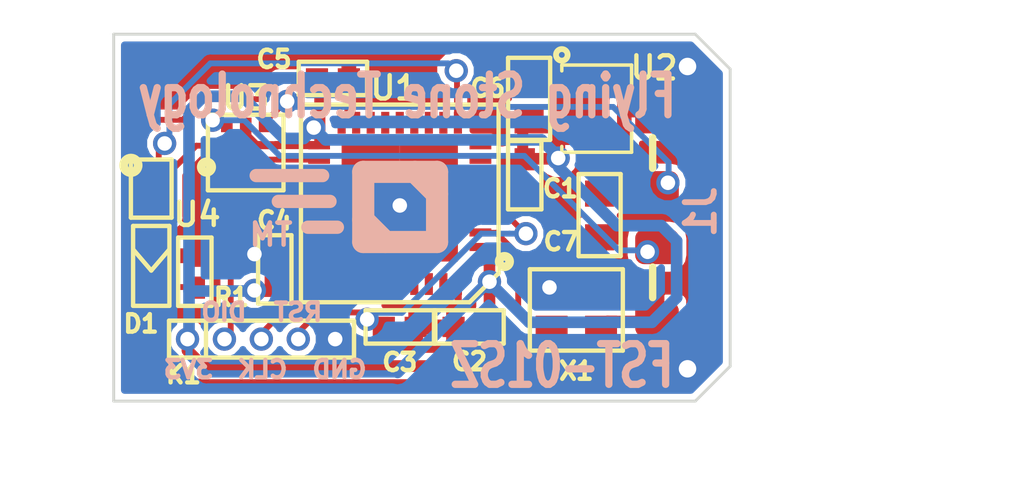
<source format=kicad_pcb>
(kicad_pcb (version 20171130) (host pcbnew 5.0.1+dfsg1-3)

  (general
    (thickness 1.6002)
    (drawings 14)
    (tracks 276)
    (zones 0)
    (modules 17)
    (nets 34)
  )

  (page A4)
  (title_block
    (title FST-01)
    (date "10 sep 2012")
    (company "Flying Stone Technology")
  )

  (layers
    (0 Front signal)
    (31 Back signal)
    (32 B.Adhes user)
    (33 F.Adhes user)
    (34 B.Paste user)
    (35 F.Paste user)
    (36 B.SilkS user)
    (37 F.SilkS user)
    (38 B.Mask user)
    (39 F.Mask user)
    (40 Dwgs.User user)
    (41 Cmts.User user)
    (42 Eco1.User user)
    (43 Eco2.User user)
    (44 Edge.Cuts user)
  )

  (setup
    (last_trace_width 0.20066)
    (trace_clearance 0.20066)
    (zone_clearance 0.254)
    (zone_45_only no)
    (trace_min 0.2)
    (segment_width 0.381)
    (edge_width 0.381)
    (via_size 0.8)
    (via_drill 0.5)
    (via_min_size 0.8)
    (via_min_drill 0.5)
    (uvia_size 0.50038)
    (uvia_drill 0.14986)
    (uvias_allowed no)
    (uvia_min_size 0.50038)
    (uvia_min_drill 0.14986)
    (pcb_text_width 0.3048)
    (pcb_text_size 1.524 2.032)
    (mod_edge_width 0.381)
    (mod_text_size 1.524 1.524)
    (mod_text_width 0.3048)
    (pad_size 0.8 0.8)
    (pad_drill 0.5)
    (pad_to_mask_clearance 0.0762)
    (solder_mask_min_width 0.127)
    (aux_axis_origin 127 98.9965)
    (grid_origin 127 98.9965)
    (visible_elements 7FFDD77F)
    (pcbplotparams
      (layerselection 0x010fc_ffffffff)
      (usegerberextensions true)
      (usegerberattributes false)
      (usegerberadvancedattributes false)
      (creategerberjobfile false)
      (excludeedgelayer true)
      (linewidth 0.150000)
      (plotframeref false)
      (viasonmask false)
      (mode 1)
      (useauxorigin false)
      (hpglpennumber 1)
      (hpglpenspeed 20)
      (hpglpendiameter 15.000000)
      (psnegative false)
      (psa4output false)
      (plotreference true)
      (plotvalue true)
      (plotinvisibletext false)
      (padsonsilk false)
      (subtractmaskfromsilk false)
      (outputformat 1)
      (mirror false)
      (drillshape 0)
      (scaleselection 1)
      (outputdirectory "output/"))
  )

  (net 0 "")
  (net 1 /D+)
  (net 2 /D+_PLUG)
  (net 3 /D-)
  (net 4 /D-_PLUG)
  (net 5 /LED)
  (net 6 /NRST)
  (net 7 /OSC_IN)
  (net 8 /OSC_OUT)
  (net 9 /SWCLK)
  (net 10 /SWDIO)
  (net 11 /VBUS)
  (net 12 GND)
  (net 13 +3V3)
  (net 14 "Net-(U1-Pad7)")
  (net 15 "Net-(U1-Pad8)")
  (net 16 "Net-(U1-Pad16)")
  (net 17 "Net-(U1-Pad21)")
  (net 18 "Net-(U1-Pad22)")
  (net 19 "Net-(U1-Pad29)")
  (net 20 "Net-(U1-Pad30)")
  (net 21 "Net-(U1-Pad31)")
  (net 22 "Net-(U1-Pad32)")
  (net 23 "Net-(U1-Pad33)")
  (net 24 "Net-(U1-Pad34)")
  (net 25 "Net-(U1-Pad11)")
  (net 26 "Net-(U1-Pad12)")
  (net 27 "Net-(U1-Pad13)")
  (net 28 "Net-(U1-Pad9)")
  (net 29 "Net-(U1-Pad15)")
  (net 30 "Net-(D1-Pad1)")
  (net 31 "Net-(U1-Pad14)")
  (net 32 /PA3)
  (net 33 "Net-(U4-Pad3)")

  (net_class Default "This is the default net class."
    (clearance 0.20066)
    (trace_width 0.20066)
    (via_dia 0.8)
    (via_drill 0.5)
    (uvia_dia 0.50038)
    (uvia_drill 0.14986)
    (add_net +3V3)
    (add_net /D+)
    (add_net /D+_PLUG)
    (add_net /D-)
    (add_net /D-_PLUG)
    (add_net /LED)
    (add_net /NRST)
    (add_net /OSC_IN)
    (add_net /OSC_OUT)
    (add_net /PA3)
    (add_net /SWCLK)
    (add_net /SWDIO)
    (add_net /VBUS)
    (add_net "Net-(D1-Pad1)")
    (add_net "Net-(U1-Pad11)")
    (add_net "Net-(U1-Pad12)")
    (add_net "Net-(U1-Pad13)")
    (add_net "Net-(U1-Pad14)")
    (add_net "Net-(U1-Pad15)")
    (add_net "Net-(U1-Pad16)")
    (add_net "Net-(U1-Pad21)")
    (add_net "Net-(U1-Pad22)")
    (add_net "Net-(U1-Pad29)")
    (add_net "Net-(U1-Pad30)")
    (add_net "Net-(U1-Pad31)")
    (add_net "Net-(U1-Pad32)")
    (add_net "Net-(U1-Pad33)")
    (add_net "Net-(U1-Pad34)")
    (add_net "Net-(U1-Pad7)")
    (add_net "Net-(U1-Pad8)")
    (add_net "Net-(U1-Pad9)")
    (add_net "Net-(U4-Pad3)")
  )

  (net_class GND ""
    (clearance 0.20066)
    (trace_width 0.59944)
    (via_dia 0.8)
    (via_drill 0.5)
    (uvia_dia 0.50038)
    (uvia_drill 0.14986)
    (add_net GND)
  )

  (net_class VBUS ""
    (clearance 0.20066)
    (trace_width 0.59944)
    (via_dia 0.8)
    (via_drill 0.5)
    (uvia_dia 0.50038)
    (uvia_drill 0.14986)
  )

  (net_class VDD ""
    (clearance 0.20066)
    (trace_width 0.59944)
    (via_dia 0.8)
    (via_drill 0.5)
    (uvia_dia 0.50038)
    (uvia_drill 0.14986)
  )

  (module FST:USB-A-ZT01 (layer Front) (tedit 5C0734B3) (tstamp 5B3EC2D7)
    (at 127 98.9965 180)
    (descr "USB A PLUG")
    (tags USB)
    (path /4E27DE01)
    (fp_text reference J1 (at -7.62 0 270) (layer Dwgs.User) hide
      (effects (font (size 1.524 1.524) (thickness 0.3048)))
    )
    (fp_text value USB_A (at -3.81 -10.16 180) (layer F.SilkS) hide
      (effects (font (size 1.524 1.524) (thickness 0.3048)))
    )
    (fp_line (start 1 6.3125) (end -1 6.3125) (layer Cmts.User) (width 0.1))
    (fp_line (start 1 -6.3125) (end -1 -6.3125) (layer Cmts.User) (width 0.1))
    (fp_line (start -4.2 -5.65) (end -4.2 5.65) (layer Dwgs.User) (width 0.1))
    (fp_line (start 0 1.7) (end 0 2.75) (layer F.SilkS) (width 0.254))
    (fp_line (start 0 -1.7) (end 0 -2.75) (layer F.SilkS) (width 0.254))
    (fp_line (start -0.75 -5.65) (end -12.75 -5.65) (layer Dwgs.User) (width 0.1))
    (fp_line (start -12.75 -5.65) (end -12.75 5.65) (layer Dwgs.User) (width 0.1))
    (fp_line (start -12.75 5.65) (end -0.75 5.65) (layer Dwgs.User) (width 0.1))
    (fp_line (start -2.85 5.65) (end -2.85 -5.65) (layer Dwgs.User) (width 0.1))
    (fp_line (start -0.75 5.65) (end -0.75 4.45) (layer Dwgs.User) (width 0.1))
    (fp_line (start -0.75 -4.45) (end -0.75 -5.65) (layer Dwgs.User) (width 0.1))
    (fp_line (start -0.75 -4.45) (end -2.35 -4.45) (layer Dwgs.User) (width 0.1))
    (fp_line (start -0.7493 4.45) (end -2.35 4.45) (layer Dwgs.User) (width 0.1))
    (fp_line (start -2.35 4.45) (end -2.35 -4.45) (layer Dwgs.User) (width 0.1))
    (pad 3 smd roundrect (at -0.15 -1 180) (size 1.5 1.2) (layers Front F.Paste F.Mask) (roundrect_rratio 0.25)
      (net 2 /D+_PLUG))
    (pad 2 smd roundrect (at -0.15 1 180) (size 1.5 1.2) (layers Front F.Paste F.Mask) (roundrect_rratio 0.25)
      (net 4 /D-_PLUG))
    (pad 4 smd roundrect (at -0.15 -3.5 180) (size 1.5 1.2) (layers Front F.Paste F.Mask) (roundrect_rratio 0.25)
      (net 12 GND))
    (pad 1 smd roundrect (at -0.15 3.5 180) (size 1.5 1.2) (layers Front F.Paste F.Mask) (roundrect_rratio 0.25)
      (net 11 /VBUS))
    (pad 5 thru_hole circle (at -1.2 -5.2 180) (size 0.75 0.75) (drill 0.6) (layers *.Cu F.Mask)
      (net 12 GND) (solder_mask_margin 0.05) (solder_paste_margin -0.1))
    (pad 5 thru_hole circle (at -1.2 5.2 180) (size 0.75 0.75) (drill 0.6) (layers *.Cu F.Mask)
      (net 12 GND) (solder_mask_margin 0.05) (solder_paste_margin -0.1))
  )

  (module FST:SIL-5 (layer Front) (tedit 5BA9C0C7) (tstamp 5B512DD0)
    (at 113.538 103.1748)
    (descr "Connecteur 5 pins")
    (tags "CONN DEV")
    (path /4E32185E)
    (fp_text reference K1 (at -2.6797 1.2192) (layer F.SilkS)
      (effects (font (size 0.6 0.6) (thickness 0.15)))
    )
    (fp_text value CONN_5 (at 0 -2.159) (layer F.SilkS) hide
      (effects (font (size 1.016 1.016) (thickness 0.1524)))
    )
    (fp_line (start -1.905 -0.635) (end -1.905 0.635) (layer F.SilkS) (width 0.15))
    (fp_line (start -3.175 0.635) (end -3.175 -0.635) (layer F.SilkS) (width 0.1524))
    (fp_line (start -3.175 -0.635) (end 3.175 -0.635) (layer F.SilkS) (width 0.1524))
    (fp_line (start 3.1877 -0.635) (end 3.1877 0.635) (layer F.SilkS) (width 0.1524))
    (fp_line (start 3.175 0.635) (end -3.175 0.635) (layer F.SilkS) (width 0.1524))
    (pad 2 thru_hole circle (at -1.27 0) (size 0.8 0.8) (drill 0.5) (layers *.Cu F.Mask)
      (net 10 /SWDIO) (solder_mask_margin 0.05) (clearance 0.1))
    (pad 1 thru_hole circle (at -2.54 0) (size 0.8 0.8) (drill 0.5) (layers *.Cu F.Mask)
      (net 13 +3V3) (solder_mask_margin 0.05) (clearance 0.1))
    (pad 3 thru_hole circle (at 0 0) (size 0.8 0.8) (drill 0.5) (layers *.Cu F.Mask)
      (net 9 /SWCLK) (solder_mask_margin 0.05) (clearance 0.1))
    (pad 4 thru_hole circle (at 1.27 0) (size 0.8 0.8) (drill 0.5) (layers *.Cu F.Mask)
      (net 6 /NRST) (solder_mask_margin 0.05) (clearance 0.1))
    (pad 5 thru_hole rect (at 2.54 0) (size 0.8 0.8) (drill 0.5) (layers *.Cu F.Mask)
      (net 12 GND) (solder_mask_margin 0.05) (clearance 0.1))
    (model pin_array/pins_array_3x1.wrl
      (at (xyz 0 0 0))
      (scale (xyz 1 1 1))
      (rotate (xyz 0 0 0))
    )
  )

  (module FST:SOT-23 (layer Front) (tedit 5BA9AC78) (tstamp 5B6AB0B5)
    (at 125.075 95.2465)
    (descr "SOT-23, Standard")
    (tags SOT-23)
    (path /4E2CD88E)
    (attr smd)
    (fp_text reference U2 (at 1.975 -1.4) (layer F.SilkS)
      (effects (font (size 0.8 0.8) (thickness 0.15)))
    )
    (fp_text value MCP1700-3302E (at 0 2.5) (layer F.SilkS) hide
      (effects (font (size 1 1) (thickness 0.15)))
    )
    (fp_line (start -0.7 -1.5) (end -0.7 1.5) (layer Dwgs.User) (width 0.15))
    (fp_line (start -0.7 -1.5) (end 0.7 -1.5) (layer Dwgs.User) (width 0.15))
    (fp_line (start -0.7 -0.95) (end -0.15 -1.5) (layer Dwgs.User) (width 0.15))
    (fp_line (start 0.7 -1.5) (end 0.7 1.5) (layer Dwgs.User) (width 0.15))
    (fp_line (start -0.7 1.5) (end 0.7 1.5) (layer Dwgs.User) (width 0.15))
    (fp_line (start 1.2 1.5) (end 1.2 0.65) (layer F.SilkS) (width 0.12))
    (fp_line (start 1.2 -1.5) (end 1.2 -0.65) (layer F.SilkS) (width 0.12))
    (fp_line (start 1.2 -1.5) (end -1.2 -1.5) (layer F.SilkS) (width 0.12))
    (fp_line (start 1.2 1.5) (end -1.2 1.5) (layer F.SilkS) (width 0.12))
    (fp_circle (center -1.2 -1.85) (end -1 -1.85) (layer F.SilkS) (width 0.2))
    (fp_line (start -1.2 -1.5) (end -1.2 -1.3) (layer F.SilkS) (width 0.12))
    (fp_line (start -1.2 1.3) (end -1.2 1.5) (layer F.SilkS) (width 0.12))
    (pad 1 smd rect (at -1.15 -0.95) (size 0.9 0.6) (layers Front F.Paste F.Mask)
      (net 12 GND))
    (pad 2 smd rect (at -1.15 0.95) (size 0.9 0.6) (layers Front F.Paste F.Mask)
      (net 13 +3V3))
    (pad 3 smd rect (at 1.15 0) (size 0.9 0.6) (layers Front F.Paste F.Mask)
      (net 11 /VBUS))
    (model ${KISYS3DMOD}/Package_TO_SOT_SMD.3dshapes/SOT-23.wrl
      (at (xyz 0 0 0))
      (scale (xyz 1 1 1))
      (rotate (xyz 0 0 0))
    )
  )

  (module FST:X2SON (layer Front) (tedit 5BA9AC89) (tstamp 5B6ACEB4)
    (at 109.75 97.9965)
    (path /5B6ADB25)
    (attr smd)
    (fp_text reference U4 (at 1.5782 0.8887) (layer F.SilkS)
      (effects (font (size 0.8 0.8) (thickness 0.15)))
    )
    (fp_text value DRV5032FA (at 0 -4.6) (layer F.SilkS) hide
      (effects (font (size 1 1) (thickness 0.15)))
    )
    (fp_line (start -0.55 -0.25) (end -0.1 -0.7) (layer Dwgs.User) (width 0.15))
    (fp_circle (center -0.7 -0.8) (end -0.7 -0.7) (layer F.SilkS) (width 0.3))
    (fp_line (start -0.7 -1) (end 0.7 -1) (layer F.SilkS) (width 0.15))
    (fp_line (start 0.7 -1) (end 0.7 1) (layer F.SilkS) (width 0.15))
    (fp_line (start 0.7 1) (end -0.7 1) (layer F.SilkS) (width 0.15))
    (fp_line (start -0.7 1) (end -0.7 -1) (layer F.SilkS) (width 0.15))
    (fp_line (start -0.55 -0.7) (end 0.55 -0.7) (layer Dwgs.User) (width 0.15))
    (fp_line (start -0.55 0.7) (end 0.55 0.7) (layer Dwgs.User) (width 0.15))
    (fp_line (start -0.55 -0.7) (end -0.55 0.7) (layer Dwgs.User) (width 0.15))
    (fp_line (start 0.55 -0.7) (end 0.55 0.7) (layer Dwgs.User) (width 0.15))
    (pad 5 smd roundrect (at 0 0) (size 0.8 0.6) (layers Front F.Paste F.Mask) (roundrect_rratio 0.25)
      (solder_mask_margin 0.05) (solder_paste_margin -0.05) (clearance 0.05))
    (pad 1 smd roundrect (at -0.25 -0.7) (size 0.22 0.4) (layers Front F.Paste F.Mask) (roundrect_rratio 0.25)
      (net 13 +3V3) (solder_mask_margin 0.05) (clearance 0.05))
    (pad 4 smd roundrect (at 0.25 -0.7) (size 0.22 0.4) (layers Front F.Paste F.Mask) (roundrect_rratio 0.25)
      (net 32 /PA3) (solder_mask_margin 0.05) (clearance 0.05))
    (pad 2 smd roundrect (at -0.25 0.7) (size 0.22 0.4) (layers Front F.Paste F.Mask) (roundrect_rratio 0.25)
      (net 12 GND) (solder_mask_margin 0.05) (clearance 0.05))
    (pad 3 smd roundrect (at 0.25 0.7) (size 0.22 0.4) (layers Front F.Paste F.Mask) (roundrect_rratio 0.25)
      (net 33 "Net-(U4-Pad3)") (solder_mask_margin 0.05) (clearance 0.05))
  )

  (module FST:QFN36 (layer Front) (tedit 5BA9A8DC) (tstamp 5B6AB00A)
    (at 118.3 98.5065 180)
    (descr "Support QFN 36 pins")
    (tags QFN36)
    (path /4E68666C)
    (attr smd)
    (fp_text reference U1 (at 0.195228 3.972431 180) (layer F.SilkS)
      (effects (font (size 0.8001 0.8001) (thickness 0.1524)))
    )
    (fp_text value GD32F103TB (at -0.0254 2.0955 180) (layer F.SilkS) hide
      (effects (font (size 0.508 0.508) (thickness 0.0762)))
    )
    (fp_circle (center -3.6 -2) (end -3.42 -2) (layer F.SilkS) (width 0.3))
    (fp_line (start 3 -3) (end 3 3) (layer Dwgs.User) (width 0.15))
    (fp_line (start 3 3) (end -3 3) (layer Dwgs.User) (width 0.15))
    (fp_line (start -3 3) (end -3 -3) (layer Dwgs.User) (width 0.15))
    (fp_line (start -3 -3) (end 3 -3) (layer Dwgs.User) (width 0.15))
    (fp_line (start -2.4 -3.4) (end -3.4 -2.4) (layer F.SilkS) (width 0.15))
    (fp_line (start -3.4 -2.4) (end -3.4 3.4) (layer F.SilkS) (width 0.15))
    (fp_line (start 3.4 -3.4) (end 3.4 3.4) (layer F.SilkS) (width 0.15))
    (fp_line (start 3.4 3.4) (end -3.4 3.4) (layer F.SilkS) (width 0.15))
    (fp_line (start -2.4 -3.4) (end 3.4 -3.4) (layer F.SilkS) (width 0.15))
    (fp_line (start -2 -3) (end -3 -2) (layer Dwgs.User) (width 0.15))
    (pad 37 smd rect (at -1 1 180) (size 2 2) (layers Front F.Paste F.Mask)
      (net 12 GND) (solder_mask_margin 0.05) (solder_paste_margin -0.4699))
    (pad 37 smd rect (at 1 -1 180) (size 2 2) (layers Front F.Paste F.Mask)
      (net 12 GND) (solder_mask_margin 0.05) (solder_paste_margin -0.4))
    (pad 37 smd rect (at 1 1 180) (size 2 2) (layers Front F.Paste F.Mask)
      (net 12 GND) (solder_mask_margin 0.05) (solder_paste_margin -0.4))
    (pad 37 smd rect (at -1 -1 180) (size 2 2) (layers Front F.Paste F.Mask)
      (net 12 GND) (solder_mask_margin 0.05) (solder_paste_margin -0.4))
    (pad 1 smd rect (at -2.775 -2 270) (size 0.28 0.75) (layers Front F.Paste F.Mask)
      (net 13 +3V3) (solder_mask_margin 0.05))
    (pad 2 smd rect (at -2.775 -1.5 270) (size 0.28 0.75) (layers Front F.Paste F.Mask)
      (net 7 /OSC_IN) (solder_mask_margin 0.05))
    (pad 3 smd rect (at -2.775 -1 270) (size 0.28 0.75) (layers Front F.Paste F.Mask)
      (net 8 /OSC_OUT) (solder_mask_margin 0.05))
    (pad 4 smd rect (at -2.775 -0.5 270) (size 0.28 0.75) (layers Front F.Paste F.Mask)
      (net 6 /NRST) (solder_mask_margin 0.05))
    (pad 5 smd rect (at -2.775 0 270) (size 0.28 0.75) (layers Front F.Paste F.Mask)
      (net 12 GND) (solder_mask_margin 0.05))
    (pad 6 smd rect (at -2.775 0.5 270) (size 0.28 0.75) (layers Front F.Paste F.Mask)
      (net 13 +3V3) (solder_mask_margin 0.05))
    (pad 7 smd rect (at -2.775 1 270) (size 0.28 0.75) (layers Front F.Paste F.Mask)
      (net 14 "Net-(U1-Pad7)") (solder_mask_margin 0.05))
    (pad 8 smd rect (at -2.775 1.5 270) (size 0.28 0.75) (layers Front F.Paste F.Mask)
      (net 15 "Net-(U1-Pad8)") (solder_mask_margin 0.05))
    (pad 9 smd rect (at -2.775 2 270) (size 0.28 0.75) (layers Front F.Paste F.Mask)
      (net 28 "Net-(U1-Pad9)") (solder_mask_margin 0.05))
    (pad 10 smd rect (at -2 2.775 180) (size 0.28 0.75) (layers Front F.Paste F.Mask)
      (net 32 /PA3) (solder_mask_margin 0.05))
    (pad 11 smd rect (at -1.5 2.775 180) (size 0.28 0.75) (layers Front F.Paste F.Mask)
      (net 25 "Net-(U1-Pad11)") (solder_mask_margin 0.05))
    (pad 12 smd rect (at -1 2.775 180) (size 0.28 0.75) (layers Front F.Paste F.Mask)
      (net 26 "Net-(U1-Pad12)") (solder_mask_margin 0.05))
    (pad 13 smd rect (at -0.5 2.775 180) (size 0.28 0.75) (layers Front F.Paste F.Mask)
      (net 27 "Net-(U1-Pad13)") (solder_mask_margin 0.05))
    (pad 14 smd rect (at 0 2.775 180) (size 0.28 0.75) (layers Front F.Paste F.Mask)
      (net 31 "Net-(U1-Pad14)") (solder_mask_margin 0.05))
    (pad 15 smd rect (at 0.5 2.775 180) (size 0.28 0.75) (layers Front F.Paste F.Mask)
      (net 29 "Net-(U1-Pad15)") (solder_mask_margin 0.05))
    (pad 16 smd rect (at 1 2.775 180) (size 0.28 0.75) (layers Front F.Paste F.Mask)
      (net 16 "Net-(U1-Pad16)") (solder_mask_margin 0.05))
    (pad 17 smd rect (at 1.5 2.775 270) (size 0.75 0.28) (layers Front F.Paste F.Mask)
      (net 12 GND) (solder_mask_margin 0.05))
    (pad 18 smd rect (at 2 2.775 270) (size 0.75 0.28) (layers Front F.Paste F.Mask)
      (net 12 GND) (solder_mask_margin 0.05))
    (pad 19 smd rect (at 2.775 2 270) (size 0.28 0.75) (layers Front F.Paste F.Mask)
      (net 13 +3V3) (solder_mask_margin 0.05))
    (pad 20 smd rect (at 2.775 1.5 270) (size 0.28 0.75) (layers Front F.Paste F.Mask)
      (net 5 /LED) (solder_mask_margin 0.05))
    (pad 21 smd rect (at 2.775 1 270) (size 0.28 0.75) (layers Front F.Paste F.Mask)
      (net 17 "Net-(U1-Pad21)") (solder_mask_margin 0.05))
    (pad 22 smd rect (at 2.775 0.5 270) (size 0.28 0.75) (layers Front F.Paste F.Mask)
      (net 18 "Net-(U1-Pad22)") (solder_mask_margin 0.05))
    (pad 23 smd rect (at 2.775 0 270) (size 0.28 0.75) (layers Front F.Paste F.Mask)
      (net 3 /D-) (solder_mask_margin 0.05))
    (pad 24 smd rect (at 2.775 -0.5 270) (size 0.28 0.75) (layers Front F.Paste F.Mask)
      (net 1 /D+) (solder_mask_margin 0.05))
    (pad 25 smd rect (at 2.775 -1 270) (size 0.28 0.75) (layers Front F.Paste F.Mask)
      (net 10 /SWDIO) (solder_mask_margin 0.05))
    (pad 26 smd rect (at 2.775 -1.5 270) (size 0.28 0.75) (layers Front F.Paste F.Mask)
      (net 12 GND) (solder_mask_margin 0.05))
    (pad 27 smd rect (at 2.775 -2 270) (size 0.28 0.75) (layers Front F.Paste F.Mask)
      (net 13 +3V3) (solder_mask_margin 0.05))
    (pad 28 smd rect (at 2 -2.775 180) (size 0.28 0.75) (layers Front F.Paste F.Mask)
      (net 9 /SWCLK) (solder_mask_margin 0.05))
    (pad 29 smd rect (at 1.5 -2.775 180) (size 0.28 0.75) (layers Front F.Paste F.Mask)
      (net 19 "Net-(U1-Pad29)") (solder_mask_margin 0.05))
    (pad 30 smd rect (at 1 -2.775 180) (size 0.28 0.75) (layers Front F.Paste F.Mask)
      (net 20 "Net-(U1-Pad30)") (solder_mask_margin 0.05))
    (pad 31 smd rect (at 0.5 -2.775 180) (size 0.28 0.75) (layers Front F.Paste F.Mask)
      (net 21 "Net-(U1-Pad31)") (solder_mask_margin 0.05))
    (pad 32 smd rect (at 0 -2.775 180) (size 0.28 0.75) (layers Front F.Paste F.Mask)
      (net 22 "Net-(U1-Pad32)") (solder_mask_margin 0.05))
    (pad 33 smd rect (at -0.5 -2.775 180) (size 0.28 0.75) (layers Front F.Paste F.Mask)
      (net 23 "Net-(U1-Pad33)") (solder_mask_margin 0.05))
    (pad 34 smd rect (at -1 -2.775 180) (size 0.28 0.75) (layers Front F.Paste F.Mask)
      (net 24 "Net-(U1-Pad34)") (solder_mask_margin 0.05))
    (pad 35 smd rect (at -1.5 -2.775 180) (size 0.28 0.75) (layers Front F.Paste F.Mask)
      (net 12 GND) (solder_mask_margin 0.05))
    (pad 36 smd rect (at -2 -2.775 180) (size 0.28 0.75) (layers Front F.Paste F.Mask)
      (net 12 GND) (solder_mask_margin 0.05))
  )

  (module FST:SOT363 (layer Front) (tedit 5B6E67C0) (tstamp 5B6AAFA7)
    (at 113 96.7565)
    (descr "SMALL OUTLINE TRANSISTOR")
    (tags "SMALL OUTLINE TRANSISTOR")
    (path /4E521576)
    (attr smd)
    (fp_text reference U3 (at 0.0046 -1.8783 -180) (layer F.SilkS)
      (effects (font (size 0.8001 0.8001) (thickness 0.1524)))
    )
    (fp_text value NUF2221W1 (at 0 0) (layer F.SilkS) hide
      (effects (font (size 0.254 0.254) (thickness 0.0254)))
    )
    (fp_line (start -1 0.1) (end -0.525 0.625) (layer Dwgs.User) (width 0.15))
    (fp_line (start 1 -0.625) (end 1 0.625) (layer Dwgs.User) (width 0.15))
    (fp_line (start -1 -0.625) (end -1 0.625) (layer Dwgs.User) (width 0.15))
    (fp_line (start -1 0.625) (end 1 0.625) (layer Dwgs.User) (width 0.15))
    (fp_line (start -1 -0.625) (end 1 -0.625) (layer Dwgs.User) (width 0.15))
    (fp_line (start 1.3 1.3) (end -1.3 1.3) (layer F.SilkS) (width 0.15))
    (fp_line (start -1.3 -1.3) (end 1.3 -1.3) (layer F.SilkS) (width 0.15))
    (fp_circle (center -1.35 0.5) (end -1.17 0.5) (layer F.SilkS) (width 0.3))
    (fp_line (start 1.3 -1.3) (end 1.3 1.3) (layer F.SilkS) (width 0.15))
    (fp_line (start -1.3 -1.3) (end -1.3 1.3) (layer F.SilkS) (width 0.15))
    (pad 6 smd rect (at -0.65 -0.95) (size 0.4 0.5) (layers Front F.Paste F.Mask)
      (net 2 /D+_PLUG) (solder_mask_margin 0.05))
    (pad 5 smd rect (at 0 -0.95) (size 0.4 0.5) (layers Front F.Paste F.Mask)
      (net 13 +3V3) (solder_mask_margin 0.05))
    (pad 4 smd rect (at 0.65 -0.95) (size 0.4 0.5) (layers Front F.Paste F.Mask)
      (net 4 /D-_PLUG) (solder_mask_margin 0.05))
    (pad 3 smd rect (at 0.65 0.95) (size 0.4 0.5) (layers Front F.Paste F.Mask)
      (net 3 /D-) (solder_mask_margin 0.05))
    (pad 2 smd rect (at 0 0.95) (size 0.4 0.5) (layers Front F.Paste F.Mask)
      (net 12 GND) (solder_mask_margin 0.05))
    (pad 1 smd rect (at -0.65 0.95) (size 0.4 0.5) (layers Front F.Paste F.Mask)
      (net 1 /D+) (solder_mask_margin 0.05))
  )

  (module FST:FA-20H (layer Front) (tedit 5B6E6257) (tstamp 5B6E62E5)
    (at 124.375 102.1715)
    (path /4E82CD9F)
    (attr smd)
    (fp_text reference X1 (at 0 2.1) (layer F.SilkS)
      (effects (font (size 0.6 0.6) (thickness 0.15)))
    )
    (fp_text value 12MHz (at 0 0) (layer F.SilkS) hide
      (effects (font (size 0.508 0.508) (thickness 0.127)))
    )
    (fp_line (start 1 0) (end 1 -0.8) (layer Dwgs.User) (width 0.05))
    (fp_line (start 0.6 0) (end 1 0) (layer Dwgs.User) (width 0.05))
    (fp_line (start -1 0) (end -0.6 0) (layer Dwgs.User) (width 0.05))
    (fp_line (start -1 0.8) (end -1 0) (layer Dwgs.User) (width 0.05))
    (fp_line (start 0.3 -0.7) (end 0.3 0.6) (layer Dwgs.User) (width 0.05))
    (fp_line (start -0.3 -0.7) (end 0.3 -0.7) (layer Dwgs.User) (width 0.05))
    (fp_line (start -0.3 0.6) (end -0.3 -0.7) (layer Dwgs.User) (width 0.05))
    (fp_line (start 0.3 0.6) (end -0.3 0.6) (layer Dwgs.User) (width 0.05))
    (fp_line (start 0.6 -0.7) (end 0.6 0.6) (layer Dwgs.User) (width 0.05))
    (fp_line (start -0.6 -0.7) (end -0.6 0.6) (layer Dwgs.User) (width 0.05))
    (fp_line (start -1.25 1) (end -1.25 -1) (layer Dwgs.User) (width 0.15))
    (fp_line (start 1.25 1) (end -1.25 1) (layer Dwgs.User) (width 0.15))
    (fp_line (start 1.25 -1) (end 1.25 1) (layer Dwgs.User) (width 0.15))
    (fp_line (start -1.25 -1) (end 1.25 -1) (layer Dwgs.User) (width 0.15))
    (fp_line (start -1.6 1.4) (end -1.6 -1.4) (layer F.SilkS) (width 0.15))
    (fp_line (start 1.6 1.4) (end -1.6 1.4) (layer F.SilkS) (width 0.15))
    (fp_line (start 1.6 -1.4) (end 1.6 1.4) (layer F.SilkS) (width 0.15))
    (fp_line (start -1.6 -1.4) (end 1.6 -1.4) (layer F.SilkS) (width 0.15))
    (fp_line (start -1.25 0.5) (end -0.75 1) (layer Dwgs.User) (width 0.15))
    (pad 3 smd rect (at -0.85 -0.7) (size 1.1 1) (layers Front F.Paste F.Mask)
      (net 12 GND) (clearance 0.05))
    (pad 1 smd rect (at -0.85 0.7) (size 1.1 1) (layers Front F.Paste F.Mask)
      (net 7 /OSC_IN) (clearance 0.05))
    (pad 3 smd rect (at 0.85 0.7) (size 1.1 1) (layers Front F.Paste F.Mask)
      (net 12 GND) (clearance 0.05))
    (pad 2 smd rect (at 0.85 -0.7) (size 1.1 1) (layers Front F.Paste F.Mask)
      (net 8 /OSC_OUT) (clearance 0.05))
  )

  (module FST:LED0603 (layer Front) (tedit 5B6E6240) (tstamp 5B6B8C2B)
    (at 109.75 100.6565 270)
    (descr "LED 0603 smd package")
    (tags "LED led 0603 SMD smd SMT smt smdled SMDLED smtled SMTLED")
    (path /4E2D76AF)
    (attr smd)
    (fp_text reference D1 (at 1.9914 0.3498 180) (layer F.SilkS)
      (effects (font (size 0.6 0.6) (thickness 0.15)))
    )
    (fp_text value LED (at -0.1778 1.4732 270) (layer F.SilkS) hide
      (effects (font (size 0.508 0.508) (thickness 0.127)))
    )
    (fp_line (start -0.54 -0.6) (end 0.16 0) (layer F.SilkS) (width 0.15))
    (fp_line (start 0.16 0) (end -0.54 0.6) (layer F.SilkS) (width 0.15))
    (fp_line (start 1.37414 0.62484) (end 1.37414 -0.62484) (layer F.SilkS) (width 0.15))
    (fp_line (start 1.37414 -0.62484) (end -1.37414 -0.62484) (layer F.SilkS) (width 0.15))
    (fp_line (start -1.37414 -0.62484) (end -1.37414 0.62484) (layer F.SilkS) (width 0.15))
    (fp_line (start -1.37414 0.62484) (end 1.37414 0.62484) (layer F.SilkS) (width 0.15))
    (fp_line (start 0.35052 -0.37592) (end 0.35052 0.37592) (layer Dwgs.User) (width 0.1))
    (fp_line (start 0.44958 -0.44958) (end 0.44958 0.44958) (layer Dwgs.User) (width 0.07))
    (fp_line (start 0.44958 0.44958) (end 0.84836 0.44958) (layer Dwgs.User) (width 0.07))
    (fp_line (start 0.84836 -0.44958) (end 0.84836 0.44958) (layer Dwgs.User) (width 0.07))
    (fp_line (start 0.44958 -0.44958) (end 0.84836 -0.44958) (layer Dwgs.User) (width 0.07))
    (fp_line (start -0.84836 -0.44958) (end -0.84836 0.44958) (layer Dwgs.User) (width 0.07))
    (fp_line (start -0.84836 0.44958) (end -0.44958 0.44958) (layer Dwgs.User) (width 0.07))
    (fp_line (start -0.44958 -0.44958) (end -0.44958 0.44958) (layer Dwgs.User) (width 0.07))
    (fp_line (start -0.84836 -0.44958) (end -0.44958 -0.44958) (layer Dwgs.User) (width 0.07))
    (fp_line (start 0.44958 -0.39878) (end -0.44958 -0.39878) (layer Dwgs.User) (width 0.1))
    (fp_line (start 0.44958 0.39878) (end -0.44958 0.39878) (layer Dwgs.User) (width 0.1))
    (fp_line (start 0.6 -0.44958) (end 0.84836 -0.2) (layer Dwgs.User) (width 0.07))
    (fp_line (start -0.44958 -0.39878) (end 0.35052 0) (layer Dwgs.User) (width 0.1))
    (fp_line (start -0.44958 0.39878) (end 0.35052 0) (layer Dwgs.User) (width 0.1))
    (pad 2 smd rect (at -0.75 0 270) (size 0.7 0.7) (layers Front F.Paste F.Mask)
      (net 5 /LED))
    (pad 1 smd rect (at 0.75 0 270) (size 0.7 0.7) (layers Front F.Paste F.Mask)
      (net 30 "Net-(D1-Pad1)"))
  )

  (module FST:r_0402 (layer Front) (tedit 5B6E6237) (tstamp 5B6B8924)
    (at 111.25 100.8565 270)
    (descr "SMT resistor, 0402")
    (path /4E2D766E)
    (attr smd)
    (fp_text reference R1 (at 0.877 -1.2585 180) (layer F.SilkS)
      (effects (font (size 0.6 0.6) (thickness 0.15)))
    )
    (fp_text value 470 (at 0 0.8001 270) (layer F.SilkS) hide
      (effects (font (size 0.14986 0.14986) (thickness 0.03048)))
    )
    (fp_line (start 1.17602 -0.57404) (end 1.17602 0.57404) (layer F.SilkS) (width 0.14986))
    (fp_line (start 1.17602 0.57404) (end -1.17602 0.57404) (layer F.SilkS) (width 0.14986))
    (fp_line (start -1.17602 0.57404) (end -1.17602 -0.57404) (layer F.SilkS) (width 0.14986))
    (fp_line (start -1.17602 -0.57404) (end 1.17602 -0.57404) (layer F.SilkS) (width 0.14986))
    (fp_line (start 0.3302 -0.2794) (end 0.3302 0.2794) (layer Dwgs.User) (width 0.127))
    (fp_line (start -0.3302 -0.2794) (end -0.3302 0.2794) (layer Dwgs.User) (width 0.127))
    (fp_line (start -0.5334 -0.2794) (end -0.5334 0.2794) (layer Dwgs.User) (width 0.127))
    (fp_line (start -0.5334 0.2794) (end 0.5334 0.2794) (layer Dwgs.User) (width 0.127))
    (fp_line (start 0.5334 0.2794) (end 0.5334 -0.2794) (layer Dwgs.User) (width 0.127))
    (fp_line (start 0.5334 -0.2794) (end -0.5334 -0.2794) (layer Dwgs.User) (width 0.127))
    (pad 1 smd rect (at 0.54864 0 270) (size 0.762 0.6985) (layers Front F.Paste F.Mask)
      (net 30 "Net-(D1-Pad1)"))
    (pad 2 smd rect (at -0.54864 0 270) (size 0.762 0.6985) (layers Front F.Paste F.Mask)
      (net 12 GND))
  )

  (module FST:c_0603 (layer Front) (tedit 5B7A11B1) (tstamp 5B6E6F6B)
    (at 125.175 98.9215 90)
    (descr "SMT capacitor, 0603")
    (path /4E2D79C8)
    (attr smd)
    (fp_text reference C7 (at -0.9 -1.325) (layer F.SilkS)
      (effects (font (size 0.6 0.6) (thickness 0.15)))
    )
    (fp_text value 4.7uF (at 0 1.00076 90) (layer F.SilkS) hide
      (effects (font (size 0.20066 0.20066) (thickness 0.04064)))
    )
    (fp_line (start -0.8128 0.4064) (end -0.8128 -0.4064) (layer Dwgs.User) (width 0.127))
    (fp_line (start 0.8128 0.4064) (end -0.8128 0.4064) (layer Dwgs.User) (width 0.127))
    (fp_line (start 0.8128 -0.4064) (end 0.8128 0.4064) (layer Dwgs.User) (width 0.127))
    (fp_line (start -0.8128 -0.4064) (end 0.8128 -0.4064) (layer Dwgs.User) (width 0.127))
    (fp_line (start -0.5588 -0.381) (end -0.5588 0.4064) (layer Dwgs.User) (width 0.127))
    (fp_line (start 0.5588 0.4064) (end 0.5588 -0.4064) (layer Dwgs.User) (width 0.127))
    (fp_line (start -1.39954 -0.7239) (end 1.42494 -0.7239) (layer F.SilkS) (width 0.14986))
    (fp_line (start -1.39954 0.7239) (end -1.39954 -0.7239) (layer F.SilkS) (width 0.14986))
    (fp_line (start 1.42494 0.7239) (end -1.39954 0.7239) (layer F.SilkS) (width 0.14986))
    (fp_line (start 1.42494 -0.7239) (end 1.42494 0.7239) (layer F.SilkS) (width 0.14986))
    (pad 2 smd rect (at -0.75184 0 90) (size 0.89916 1.00076) (layers Front F.Paste F.Mask)
      (net 12 GND))
    (pad 1 smd rect (at 0.75184 0 90) (size 0.89916 1.00076) (layers Front F.Paste F.Mask)
      (net 11 /VBUS))
  )

  (module FST:FST-LOGO (layer Back) (tedit 4E9F9552) (tstamp 5B6ACA16)
    (at 118.3132 98.6917 180)
    (path FST-LOGO)
    (fp_text reference FST-LOGO (at 0 1.27 180) (layer B.SilkS) hide
      (effects (font (size 0.1524 0.1524) (thickness 0.0381)) (justify mirror))
    )
    (fp_text value VAL** (at 0 -1.143 180) (layer B.SilkS) hide
      (effects (font (size 0.20574 0.2032) (thickness 0.0508)) (justify mirror))
    )
    (fp_text user TM (at 4.445 -0.889 180) (layer B.SilkS)
      (effects (font (size 0.762 0.762) (thickness 0.1524)) (justify mirror))
    )
    (fp_line (start -0.508 1.27) (end -1.27 0.508) (layer B.SilkS) (width 0.762))
    (fp_line (start 1.27 -0.381) (end 0.508 -1.143) (layer B.SilkS) (width 0.762))
    (fp_line (start -1.27 -1.143) (end -1.27 1.27) (layer B.SilkS) (width 0.762))
    (fp_line (start 1.27 -1.143) (end -1.27 -1.143) (layer B.SilkS) (width 0.762))
    (fp_line (start 1.27 1.27) (end 1.27 -1.143) (layer B.SilkS) (width 0.762))
    (fp_line (start -1.27 1.27) (end 1.27 1.27) (layer B.SilkS) (width 0.762))
    (fp_line (start 2.159 -0.635) (end 3.175 -0.635) (layer B.SilkS) (width 0.4572))
    (fp_line (start 2.667 1.143) (end 4.953 1.143) (layer B.SilkS) (width 0.4572))
    (fp_line (start 2.413 0.254) (end 4.191 0.254) (layer B.SilkS) (width 0.4572))
  )

  (module FST:c_0402 (layer Front) (tedit 5B6E61FB) (tstamp 5B6AAF3F)
    (at 122.6 97.5365 270)
    (descr "SMT capacitor, 0402")
    (path /4E2D63F9)
    (attr smd)
    (fp_text reference C1 (at 0.46 -1.225 180) (layer F.SilkS)
      (effects (font (size 0.6 0.6) (thickness 0.15)))
    )
    (fp_text value 0.1uF (at 0 0.8001 270) (layer F.SilkS) hide
      (effects (font (size 0.1524 0.1524) (thickness 0.03048)))
    )
    (fp_line (start 0.5334 -0.2794) (end -0.5334 -0.2794) (layer Dwgs.User) (width 0.127))
    (fp_line (start 0.5334 0.2794) (end 0.5334 -0.2794) (layer Dwgs.User) (width 0.127))
    (fp_line (start -0.5334 0.2794) (end 0.5334 0.2794) (layer Dwgs.User) (width 0.127))
    (fp_line (start -0.5334 -0.2794) (end -0.5334 0.2794) (layer Dwgs.User) (width 0.127))
    (fp_line (start -0.3302 -0.2794) (end -0.3302 0.2794) (layer Dwgs.User) (width 0.127))
    (fp_line (start 0.3302 -0.2794) (end 0.3302 0.2794) (layer Dwgs.User) (width 0.127))
    (fp_line (start -1.17602 0.57404) (end -1.17602 -0.57404) (layer F.SilkS) (width 0.14986))
    (fp_line (start 1.17602 0.57404) (end -1.17602 0.57404) (layer F.SilkS) (width 0.14986))
    (fp_line (start 1.17602 -0.57404) (end 1.17602 0.57404) (layer F.SilkS) (width 0.14986))
    (fp_line (start -1.17602 -0.57404) (end 1.17602 -0.57404) (layer F.SilkS) (width 0.14986))
    (pad 2 smd rect (at -0.54864 0 270) (size 0.762 0.6985) (layers Front F.Paste F.Mask)
      (net 13 +3V3))
    (pad 1 smd rect (at 0.54864 0 270) (size 0.762 0.6985) (layers Front F.Paste F.Mask)
      (net 12 GND))
  )

  (module FST:c_0402 (layer Front) (tedit 5B6E620B) (tstamp 5B3EC214)
    (at 120.7 102.7565 180)
    (descr "SMT capacitor, 0402")
    (path /4E2D167B)
    (attr smd)
    (fp_text reference C2 (at 0 -1.19) (layer F.SilkS)
      (effects (font (size 0.6 0.6) (thickness 0.15)))
    )
    (fp_text value 0.1uF (at 0 0.8001 180) (layer F.SilkS) hide
      (effects (font (size 0.1524 0.1524) (thickness 0.03048)))
    )
    (fp_line (start 0.5334 -0.2794) (end -0.5334 -0.2794) (layer Dwgs.User) (width 0.127))
    (fp_line (start 0.5334 0.2794) (end 0.5334 -0.2794) (layer Dwgs.User) (width 0.127))
    (fp_line (start -0.5334 0.2794) (end 0.5334 0.2794) (layer Dwgs.User) (width 0.127))
    (fp_line (start -0.5334 -0.2794) (end -0.5334 0.2794) (layer Dwgs.User) (width 0.127))
    (fp_line (start -0.3302 -0.2794) (end -0.3302 0.2794) (layer Dwgs.User) (width 0.127))
    (fp_line (start 0.3302 -0.2794) (end 0.3302 0.2794) (layer Dwgs.User) (width 0.127))
    (fp_line (start -1.17602 0.57404) (end -1.17602 -0.57404) (layer F.SilkS) (width 0.14986))
    (fp_line (start 1.17602 0.57404) (end -1.17602 0.57404) (layer F.SilkS) (width 0.14986))
    (fp_line (start 1.17602 -0.57404) (end 1.17602 0.57404) (layer F.SilkS) (width 0.14986))
    (fp_line (start -1.17602 -0.57404) (end 1.17602 -0.57404) (layer F.SilkS) (width 0.14986))
    (pad 2 smd rect (at -0.54864 0 180) (size 0.762 0.6985) (layers Front F.Paste F.Mask)
      (net 13 +3V3))
    (pad 1 smd rect (at 0.54864 0 180) (size 0.762 0.6985) (layers Front F.Paste F.Mask)
      (net 12 GND))
  )

  (module FST:c_0402 (layer Front) (tedit 5B6E61A8) (tstamp 5B6AB083)
    (at 116 94.2065)
    (descr "SMT capacitor, 0402")
    (path /4E2D6573)
    (attr smd)
    (fp_text reference C5 (at -2.025 -0.66) (layer F.SilkS)
      (effects (font (size 0.6 0.6) (thickness 0.15)))
    )
    (fp_text value 0.1uF (at 0 0.8001) (layer F.SilkS) hide
      (effects (font (size 0.1524 0.1524) (thickness 0.03048)))
    )
    (fp_line (start 0.5334 -0.2794) (end -0.5334 -0.2794) (layer Dwgs.User) (width 0.127))
    (fp_line (start 0.5334 0.2794) (end 0.5334 -0.2794) (layer Dwgs.User) (width 0.127))
    (fp_line (start -0.5334 0.2794) (end 0.5334 0.2794) (layer Dwgs.User) (width 0.127))
    (fp_line (start -0.5334 -0.2794) (end -0.5334 0.2794) (layer Dwgs.User) (width 0.127))
    (fp_line (start -0.3302 -0.2794) (end -0.3302 0.2794) (layer Dwgs.User) (width 0.127))
    (fp_line (start 0.3302 -0.2794) (end 0.3302 0.2794) (layer Dwgs.User) (width 0.127))
    (fp_line (start -1.17602 0.57404) (end -1.17602 -0.57404) (layer F.SilkS) (width 0.14986))
    (fp_line (start 1.17602 0.57404) (end -1.17602 0.57404) (layer F.SilkS) (width 0.14986))
    (fp_line (start 1.17602 -0.57404) (end 1.17602 0.57404) (layer F.SilkS) (width 0.14986))
    (fp_line (start -1.17602 -0.57404) (end 1.17602 -0.57404) (layer F.SilkS) (width 0.14986))
    (pad 2 smd rect (at -0.54864 0) (size 0.762 0.6985) (layers Front F.Paste F.Mask)
      (net 13 +3V3))
    (pad 1 smd rect (at 0.54864 0) (size 0.762 0.6985) (layers Front F.Paste F.Mask)
      (net 12 GND))
  )

  (module FST:c_0402 (layer Front) (tedit 5B6E6227) (tstamp 5B6AB107)
    (at 114 100.7765 90)
    (descr "SMT capacitor, 0402")
    (path /4E2D1296)
    (attr smd)
    (fp_text reference C4 (at 1.6764 -0.0048 180) (layer F.SilkS)
      (effects (font (size 0.6 0.6) (thickness 0.15)))
    )
    (fp_text value 0.1uF (at 0 0.8001 90) (layer F.SilkS) hide
      (effects (font (size 0.1524 0.1524) (thickness 0.03048)))
    )
    (fp_line (start 0.5334 -0.2794) (end -0.5334 -0.2794) (layer Dwgs.User) (width 0.127))
    (fp_line (start 0.5334 0.2794) (end 0.5334 -0.2794) (layer Dwgs.User) (width 0.127))
    (fp_line (start -0.5334 0.2794) (end 0.5334 0.2794) (layer Dwgs.User) (width 0.127))
    (fp_line (start -0.5334 -0.2794) (end -0.5334 0.2794) (layer Dwgs.User) (width 0.127))
    (fp_line (start -0.3302 -0.2794) (end -0.3302 0.2794) (layer Dwgs.User) (width 0.127))
    (fp_line (start 0.3302 -0.2794) (end 0.3302 0.2794) (layer Dwgs.User) (width 0.127))
    (fp_line (start -1.17602 0.57404) (end -1.17602 -0.57404) (layer F.SilkS) (width 0.14986))
    (fp_line (start 1.17602 0.57404) (end -1.17602 0.57404) (layer F.SilkS) (width 0.14986))
    (fp_line (start 1.17602 -0.57404) (end 1.17602 0.57404) (layer F.SilkS) (width 0.14986))
    (fp_line (start -1.17602 -0.57404) (end 1.17602 -0.57404) (layer F.SilkS) (width 0.14986))
    (pad 2 smd rect (at -0.54864 0 90) (size 0.762 0.6985) (layers Front F.Paste F.Mask)
      (net 13 +3V3))
    (pad 1 smd rect (at 0.54864 0 90) (size 0.762 0.6985) (layers Front F.Paste F.Mask)
      (net 12 GND))
  )

  (module FST:c_0402 (layer Front) (tedit 5B6E6217) (tstamp 5B3EC271)
    (at 118.3 102.7565 180)
    (descr "SMT capacitor, 0402")
    (path /4E2D6A2C)
    (attr smd)
    (fp_text reference C3 (at 0 -1.215) (layer F.SilkS)
      (effects (font (size 0.6 0.6) (thickness 0.15)))
    )
    (fp_text value 0.1uF (at 0 0.8001 180) (layer F.SilkS) hide
      (effects (font (size 0.1524 0.1524) (thickness 0.03048)))
    )
    (fp_line (start 0.5334 -0.2794) (end -0.5334 -0.2794) (layer Dwgs.User) (width 0.127))
    (fp_line (start 0.5334 0.2794) (end 0.5334 -0.2794) (layer Dwgs.User) (width 0.127))
    (fp_line (start -0.5334 0.2794) (end 0.5334 0.2794) (layer Dwgs.User) (width 0.127))
    (fp_line (start -0.5334 -0.2794) (end -0.5334 0.2794) (layer Dwgs.User) (width 0.127))
    (fp_line (start -0.3302 -0.2794) (end -0.3302 0.2794) (layer Dwgs.User) (width 0.127))
    (fp_line (start 0.3302 -0.2794) (end 0.3302 0.2794) (layer Dwgs.User) (width 0.127))
    (fp_line (start -1.17602 0.57404) (end -1.17602 -0.57404) (layer F.SilkS) (width 0.14986))
    (fp_line (start 1.17602 0.57404) (end -1.17602 0.57404) (layer F.SilkS) (width 0.14986))
    (fp_line (start 1.17602 -0.57404) (end 1.17602 0.57404) (layer F.SilkS) (width 0.14986))
    (fp_line (start -1.17602 -0.57404) (end 1.17602 -0.57404) (layer F.SilkS) (width 0.14986))
    (pad 2 smd rect (at -0.54864 0 180) (size 0.762 0.6985) (layers Front F.Paste F.Mask)
      (net 12 GND))
    (pad 1 smd rect (at 0.54864 0 180) (size 0.762 0.6985) (layers Front F.Paste F.Mask)
      (net 6 /NRST))
  )

  (module FST:c_0603 (layer Front) (tedit 5B6E61BE) (tstamp 5B3EC199)
    (at 122.75 94.8965 270)
    (descr "SMT capacitor, 0603")
    (path /4E2D79BC)
    (attr smd)
    (fp_text reference C6 (at -0.3558 1.425 180) (layer F.SilkS)
      (effects (font (size 0.6 0.6) (thickness 0.15)))
    )
    (fp_text value 4.7uF (at 0 1.00076 270) (layer F.SilkS) hide
      (effects (font (size 0.20066 0.20066) (thickness 0.04064)))
    )
    (fp_line (start -0.8128 0.4064) (end -0.8128 -0.4064) (layer Dwgs.User) (width 0.127))
    (fp_line (start 0.8128 0.4064) (end -0.8128 0.4064) (layer Dwgs.User) (width 0.127))
    (fp_line (start 0.8128 -0.4064) (end 0.8128 0.4064) (layer Dwgs.User) (width 0.127))
    (fp_line (start -0.8128 -0.4064) (end 0.8128 -0.4064) (layer Dwgs.User) (width 0.127))
    (fp_line (start -0.5588 -0.381) (end -0.5588 0.4064) (layer Dwgs.User) (width 0.127))
    (fp_line (start 0.5588 0.4064) (end 0.5588 -0.4064) (layer Dwgs.User) (width 0.127))
    (fp_line (start -1.39954 -0.7239) (end 1.42494 -0.7239) (layer F.SilkS) (width 0.14986))
    (fp_line (start -1.39954 0.7239) (end -1.39954 -0.7239) (layer F.SilkS) (width 0.14986))
    (fp_line (start 1.42494 0.7239) (end -1.39954 0.7239) (layer F.SilkS) (width 0.14986))
    (fp_line (start 1.42494 -0.7239) (end 1.42494 0.7239) (layer F.SilkS) (width 0.14986))
    (pad 2 smd rect (at -0.75184 0 270) (size 0.89916 1.00076) (layers Front F.Paste F.Mask)
      (net 12 GND))
    (pad 1 smd rect (at 0.75184 0 270) (size 0.89916 1.00076) (layers Front F.Paste F.Mask)
      (net 13 +3V3))
  )

  (gr_text "Flying Stone Technology" (at 118.55 94.8215) (layer B.SilkS)
    (effects (font (size 1.4 1) (thickness 0.25)) (justify mirror))
  )
  (gr_text 3V3 (at 111.025 104.2215) (layer B.SilkS) (tstamp 5BAAEC0A)
    (effects (font (size 0.6 0.6) (thickness 0.15)) (justify mirror))
  )
  (gr_text DIO (at 112.25 102.2465) (layer B.SilkS) (tstamp 5BAAEBB8)
    (effects (font (size 0.6 0.6) (thickness 0.15)) (justify mirror))
  )
  (gr_text CLK (at 113.575 104.2215) (layer B.SilkS) (tstamp 5BAAEB98)
    (effects (font (size 0.6 0.6) (thickness 0.15)) (justify mirror))
  )
  (gr_text RST (at 114.8 102.2465) (layer B.SilkS) (tstamp 5BAAEB85)
    (effects (font (size 0.6 0.6) (thickness 0.15)) (justify mirror))
  )
  (gr_text GND (at 116.225 104.2215) (layer B.SilkS)
    (effects (font (size 0.6 0.6) (thickness 0.15)) (justify mirror))
  )
  (gr_line (start 128.467 105.3084) (end 129.667 104.1084) (layer Edge.Cuts) (width 0.1) (tstamp 5B7A0D17))
  (gr_line (start 128.467 92.6846) (end 129.667 93.8846) (layer Edge.Cuts) (width 0.1))
  (gr_text FST-01SZ (at 123.875 104.0965) (layer B.SilkS)
    (effects (font (size 1.4 1) (thickness 0.25)) (justify mirror))
  )
  (gr_text J1 (at 128.65 98.7965 90) (layer B.SilkS)
    (effects (font (size 1.00076 1.00076) (thickness 0.20066)) (justify mirror))
  )
  (gr_line (start 129.667 104.1084) (end 129.667 93.8846) (angle 90) (layer Edge.Cuts) (width 0.1) (tstamp 5B3EC260))
  (gr_line (start 108.458 105.3084) (end 128.467 105.3084) (angle 90) (layer Edge.Cuts) (width 0.1) (tstamp 5B3EC290))
  (gr_line (start 108.458 92.6846) (end 108.458 105.3084) (angle 90) (layer Edge.Cuts) (width 0.1) (tstamp 5B3EC308))
  (gr_line (start 128.467 92.6846) (end 108.458 92.6846) (angle 90) (layer Edge.Cuts) (width 0.1) (tstamp 5B3EC3A7))

  (segment (start 112.38992 98.14052) (end 112.38992 97.66554) (width 0.20066) (layer Front) (net 1))
  (segment (start 113.36528 99.0219) (end 113.2713 99.0219) (width 0.20066) (layer Front) (net 1))
  (segment (start 113.2713 99.0219) (end 112.38992 98.14052) (width 0.20066) (layer Front) (net 1))
  (segment (start 115.488368 99.001451) (end 115.2906 99.0219) (width 0.20066) (layer Front) (net 1))
  (segment (start 115.2906 99.0219) (end 113.3602 99.0219) (width 0.20066) (layer Front) (net 1))
  (segment (start 112.049558 95.818958) (end 111.887 95.6564) (width 0.20066) (layer Front) (net 2))
  (segment (start 112.4204 95.8215) (end 112.049558 95.8215) (width 0.20066) (layer Front) (net 2))
  (via (at 111.86134 95.64344) (size 0.8) (drill 0.5) (layers Front Back) (net 2))
  (via (at 126.825 100.1715) (size 0.8) (drill 0.5) (layers Front Back) (net 2))
  (segment (start 112.949742 95.646242) (end 111.93272 95.646242) (width 0.20066) (layer Back) (net 2))
  (segment (start 114.175 96.8715) (end 112.949742 95.646242) (width 0.20066) (layer Back) (net 2))
  (segment (start 122.587531 96.8715) (end 114.175 96.8715) (width 0.20066) (layer Back) (net 2))
  (segment (start 126.8 100.1215) (end 125.837531 100.1215) (width 0.20066) (layer Back) (net 2))
  (segment (start 125.837531 100.1215) (end 122.587531 96.8715) (width 0.20066) (layer Back) (net 2))
  (segment (start 113.6523 97.7646) (end 113.6777 97.7392) (width 0.20066) (layer Front) (net 3))
  (segment (start 113.6523 97.8789) (end 113.6523 97.7646) (width 0.20066) (layer Front) (net 3))
  (segment (start 115.488368 98.501071) (end 114.274471 98.501071) (width 0.20066) (layer Front) (net 3))
  (segment (start 114.274471 98.501071) (end 113.6523 97.8789) (width 0.20066) (layer Front) (net 3))
  (segment (start 127.523582 97.795082) (end 127.525 97.7965) (width 0.20066) (layer Front) (net 4))
  (segment (start 127.201418 97.795082) (end 127.523582 97.795082) (width 0.20066) (layer Front) (net 4))
  (via (at 127.525 97.7965) (size 0.8) (drill 0.5) (layers Front Back) (net 4))
  (via (at 114.425 94.9965) (size 0.8) (drill 0.5) (layers Front Back) (net 4))
  (segment (start 114.375 94.9965) (end 114.45 94.9965) (width 0.20066) (layer Front) (net 4))
  (segment (start 113.725 95.6465) (end 114.375 94.9965) (width 0.20066) (layer Front) (net 4))
  (segment (start 127.55 97.0965) (end 127.55 97.8215) (width 0.20066) (layer Back) (net 4))
  (segment (start 125.64 95.1865) (end 127.55 97.0965) (width 0.20066) (layer Back) (net 4))
  (segment (start 114.425 94.9715) (end 114.64 95.1865) (width 0.20066) (layer Back) (net 4))
  (segment (start 114.64 95.1865) (end 125.64 95.1865) (width 0.20066) (layer Back) (net 4))
  (segment (start 109.982 99.949) (end 109.855 99.822) (width 0.20066) (layer Front) (net 5))
  (segment (start 110.4646 98.9965) (end 110.4646 98.8822) (width 0.20066) (layer Front) (net 5))
  (segment (start 109.9947 99.4664) (end 110.4646 98.9965) (width 0.20066) (layer Front) (net 5))
  (segment (start 109.8169 99.8728) (end 109.9947 99.695) (width 0.20066) (layer Front) (net 5))
  (segment (start 109.9947 99.695) (end 109.9947 99.4664) (width 0.20066) (layer Front) (net 5))
  (segment (start 113.217831 96.999931) (end 115.488368 96.999931) (width 0.20066) (layer Front) (net 5))
  (segment (start 112.7394 96.5215) (end 113.217831 96.999931) (width 0.20066) (layer Front) (net 5))
  (segment (start 110.4646 98.8683) (end 110.4646 97.3582) (width 0.20066) (layer Front) (net 5))
  (segment (start 111.3013 96.5215) (end 112.7394 96.5215) (width 0.20066) (layer Front) (net 5))
  (segment (start 110.4646 97.3582) (end 111.3013 96.5215) (width 0.20066) (layer Front) (net 5))
  (segment (start 121.040808 99.001451) (end 121.090337 99.05098) (width 0.20066) (layer Front) (net 6) (status 30))
  (segment (start 121.040808 99.001451) (end 122.079891 99.001451) (width 0.20066) (layer Front) (net 6))
  (via (at 117.17782 102.49408) (size 0.8) (drill 0.5) (layers Front Back) (net 6))
  (segment (start 116.95684 102.25786) (end 117.21084 102.51186) (width 0.20066) (layer Front) (net 6))
  (segment (start 117.21084 102.51186) (end 117.90172 102.51186) (width 0.20066) (layer Front) (net 6))
  (segment (start 115.4938 102.25786) (end 116.95684 102.25786) (width 0.20066) (layer Front) (net 6))
  (segment (start 114.79022 103.23322) (end 114.79022 102.96144) (width 0.20066) (layer Front) (net 6))
  (segment (start 114.79022 102.96144) (end 115.4938 102.25786) (width 0.20066) (layer Front) (net 6))
  (via (at 122.639861 99.546639) (size 0.8) (drill 0.5) (layers Front Back) (net 6))
  (segment (start 122.1232 99.0473) (end 122.6439 99.568) (width 0.20066) (layer Front) (net 6))
  (segment (start 122.0724 98.9965) (end 122.1232 99.0473) (width 0.20066) (layer Front) (net 6))
  (segment (start 122.074176 99.546639) (end 122.639861 99.546639) (width 0.20066) (layer Back) (net 6))
  (segment (start 121.099861 99.546639) (end 122.074176 99.546639) (width 0.20066) (layer Back) (net 6))
  (segment (start 118.375 102.2715) (end 121.099861 99.546639) (width 0.20066) (layer Back) (net 6))
  (segment (start 117.17274 102.49408) (end 117.39532 102.2715) (width 0.20066) (layer Back) (net 6))
  (segment (start 117.39532 102.2715) (end 118.375 102.2715) (width 0.20066) (layer Back) (net 6))
  (segment (start 123.93422 103.11384) (end 123.93422 103.10876) (width 0.20066) (layer Front) (net 7))
  (segment (start 121.52049 100.002211) (end 121.040808 100.002211) (width 0.20066) (layer Front) (net 7))
  (segment (start 122.375 100.856721) (end 121.52049 100.002211) (width 0.20066) (layer Front) (net 7))
  (segment (start 122.375 102.3215) (end 122.375 100.856721) (width 0.20066) (layer Front) (net 7))
  (segment (start 123.17704 102.6465) (end 122.7 102.6465) (width 0.20066) (layer Front) (net 7))
  (segment (start 122.7 102.6465) (end 122.375 102.3215) (width 0.20066) (layer Front) (net 7))
  (segment (start 124.875 101.2715) (end 124.975 101.3715) (width 0.20066) (layer Front) (net 8))
  (segment (start 124.875 100.8715) (end 124.875 101.2715) (width 0.20066) (layer Front) (net 8))
  (segment (start 124.575 100.5715) (end 124.875 100.8715) (width 0.20066) (layer Front) (net 8))
  (segment (start 121.0818 99.5172) (end 121.619058 99.5172) (width 0.20066) (layer Front) (net 8))
  (segment (start 122.673358 100.5715) (end 124.575 100.5715) (width 0.20066) (layer Front) (net 8))
  (segment (start 121.619058 99.5172) (end 122.673358 100.5715) (width 0.20066) (layer Front) (net 8))
  (segment (start 116.263068 101.502081) (end 116.263068 101.277291) (width 0.20066) (layer Front) (net 9))
  (segment (start 114.72164 102.26802) (end 115.51666 101.473) (width 0.20066) (layer Front) (net 9))
  (segment (start 114.25174 102.26802) (end 114.72164 102.26802) (width 0.20066) (layer Front) (net 9))
  (segment (start 113.54816 103.1621) (end 113.54816 102.9716) (width 0.20066) (layer Front) (net 9))
  (segment (start 116.205 101.473) (end 116.2685 101.5365) (width 0.20066) (layer Front) (net 9))
  (segment (start 115.51666 101.473) (end 116.205 101.473) (width 0.20066) (layer Front) (net 9))
  (segment (start 113.54816 102.9716) (end 114.25174 102.26802) (width 0.20066) (layer Front) (net 9))
  (segment (start 112.9477 99.501831) (end 112.4839 99.965631) (width 0.20066) (layer Front) (net 10))
  (segment (start 115.488368 99.501831) (end 112.9477 99.501831) (width 0.20066) (layer Front) (net 10))
  (segment (start 112.4839 99.965631) (end 112.4839 102.93858) (width 0.20066) (layer Front) (net 10))
  (segment (start 112.268 103.1621) (end 112.4839 102.9462) (width 0.20066) (layer Front) (net 10))
  (segment (start 112.268 103.1748) (end 112.268 103.1621) (width 0.20066) (layer Front) (net 10))
  (segment (start 125.15 97.3965) (end 125.15 98.0965) (width 0.5) (layer Front) (net 11))
  (segment (start 126.025 95.4965) (end 126.025 96.5215) (width 0.5) (layer Front) (net 11))
  (segment (start 126.025 96.5215) (end 125.15 97.3965) (width 0.5) (layer Front) (net 11))
  (segment (start 128.2 93.9965) (end 128.2 93.9735) (width 0.20066) (layer Front) (net 12))
  (segment (start 128.2 93.9735) (end 128.016 93.7895) (width 0.20066) (layer Front) (net 12))
  (segment (start 119.305988 97.459671) (end 119.305988 97.495712) (width 0.59944) (layer Front) (net 12))
  (segment (start 117.223188 97.459671) (end 117.223188 97.500088) (width 0.59944) (layer Front) (net 12))
  (segment (start 117.223188 97.500088) (end 119.2276 99.5045) (width 0.59944) (layer Front) (net 12))
  (segment (start 119.305988 97.459671) (end 119.305988 97.521112) (width 0.59944) (layer Front) (net 12))
  (segment (start 118.3005 98.5266) (end 118.3005 98.5774) (width 0.59944) (layer Front) (net 12))
  (segment (start 118.3005 98.5774) (end 119.2149 99.4918) (width 0.59944) (layer Front) (net 12))
  (via (at 118.3005 98.5774) (size 0.8) (drill 0.5) (layers Front Back) (net 12))
  (segment (start 118.2624 98.5393) (end 118.3005 98.5774) (width 0.20066) (layer Front) (net 12))
  (segment (start 119.305988 97.495712) (end 118.2624 98.5393) (width 0.59944) (layer Front) (net 12))
  (segment (start 121.040808 98.501071) (end 122.453529 98.501071) (width 0.254) (layer Front) (net 12))
  (segment (start 122.555 98.40468) (end 122.555 98.1075) (width 0.20066) (layer Front) (net 12))
  (segment (start 122.45594 98.50374) (end 122.555 98.40468) (width 0.254) (layer Front) (net 12))
  (segment (start 115.488368 100.002211) (end 115.013718 100.002211) (width 0.2794) (layer Front) (net 12))
  (segment (start 116.06784 102.266792) (end 116.06784 103.2129) (width 0.20066) (layer Back) (net 12))
  (segment (start 113.6015 100.3935) (end 114.095369 100.294321) (width 0.20066) (layer Back) (net 12) (tstamp 5B6AAF5E))
  (segment (start 114.095369 100.294321) (end 116.06784 102.266792) (width 0.20066) (layer Back) (net 12) (tstamp 5B6AB129))
  (segment (start 111.97844 102.08641) (end 111.71809 102.34676) (width 0.20066) (layer Front) (net 12))
  (segment (start 128.2 103.9965) (end 128.07934 103.87584) (width 0.20066) (layer Front) (net 12))
  (segment (start 128.07934 103.87584) (end 127.39116 103.87584) (width 0.20066) (layer Front) (net 12))
  (segment (start 119.280588 97.485071) (end 119.280588 97.881088) (width 0.59944) (layer Front) (net 12))
  (segment (start 119.280588 97.881088) (end 119.231976 97.9297) (width 0.59944) (layer Front) (net 12))
  (segment (start 119.231976 97.9297) (end 117.6274 97.9297) (width 0.59944) (layer Front) (net 12))
  (segment (start 117.221 97.5233) (end 117.221 97.5487) (width 0.59944) (layer Front) (net 12))
  (segment (start 117.221 97.5487) (end 117.6274 97.9551) (width 0.59944) (layer Front) (net 12))
  (segment (start 117.6274 97.9551) (end 118.8974 97.9551) (width 0.59944) (layer Front) (net 12))
  (segment (start 119.280588 99.517071) (end 119.138571 99.517071) (width 0.59944) (layer Front) (net 12))
  (segment (start 117.248588 97.485071) (end 117.309771 97.485071) (width 0.59944) (layer Front) (net 12))
  (segment (start 117.309771 97.586671) (end 117.7036 97.9805) (width 0.59944) (layer Front) (net 12))
  (segment (start 117.309771 97.485071) (end 117.309771 97.586671) (width 0.59944) (layer Front) (net 12))
  (segment (start 117.309771 97.485071) (end 117.729 97.9043) (width 0.59944) (layer Front) (net 12))
  (segment (start 119.280588 99.517071) (end 119.214771 99.517071) (width 0.59944) (layer Front) (net 12))
  (segment (start 119.214771 99.491671) (end 118.7704 99.0473) (width 0.59944) (layer Front) (net 12))
  (segment (start 119.214771 99.517071) (end 119.214771 99.491671) (width 0.59944) (layer Front) (net 12))
  (segment (start 119.83212 101.27742) (end 120.1547 101.27742) (width 0.3) (layer Front) (net 12))
  (segment (start 116.586 94.488) (end 116.586 95.58528) (width 0.38) (layer Front) (net 12))
  (segment (start 116.3701 95.6056) (end 116.69014 95.6056) (width 0.38) (layer Front) (net 12))
  (segment (start 114.841429 100.01237) (end 114.742368 100.111431) (width 0.2794) (layer Front) (net 12))
  (segment (start 114.742368 100.111431) (end 114.327588 100.111431) (width 0.2794) (layer Front) (net 12))
  (segment (start 115.0239 100.00234) (end 115.01387 100.01237) (width 0.2794) (layer Front) (net 12))
  (segment (start 115.01387 100.01237) (end 114.841429 100.01237) (width 0.2794) (layer Front) (net 12))
  (segment (start 108.9025 98.6536) (end 108.9152 98.6409) (width 0.20066) (layer Front) (net 12))
  (segment (start 108.9025 102.0318) (end 108.9025 98.6536) (width 0.20066) (layer Front) (net 12))
  (segment (start 111.7346 102.3493) (end 109.22 102.3493) (width 0.20066) (layer Front) (net 12))
  (segment (start 109.22 102.3493) (end 108.9025 102.0318) (width 0.20066) (layer Front) (net 12))
  (segment (start 112.49914 97.15246) (end 112.59566 97.15246) (width 0.202) (layer Front) (net 12))
  (segment (start 111.38154 97.15246) (end 112.49914 97.15246) (width 0.202) (layer Front) (net 12))
  (segment (start 111.3409 97.1931) (end 111.38154 97.15246) (width 0.202) (layer Front) (net 12))
  (segment (start 111.3409 97.5233) (end 111.3409 97.1931) (width 0.202) (layer Front) (net 12))
  (segment (start 113.836983 100.2538) (end 113.271298 100.2538) (width 0.20066) (layer Front) (net 12))
  (segment (start 114.327588 100.111431) (end 114.185219 100.2538) (width 0.20066) (layer Front) (net 12))
  (segment (start 114.185219 100.2538) (end 113.836983 100.2538) (width 0.20066) (layer Front) (net 12))
  (via (at 113.3 100.25) (size 0.8) (drill 0.5) (layers Front Back) (net 12))
  (segment (start 116.586 94.5769) (end 116.586 94.0435) (width 0.20066) (layer Front) (net 12))
  (segment (start 113.04524 97.51314) (end 113.04524 97.71126) (width 0.202) (layer Front) (net 12))
  (segment (start 112.58804 97.15246) (end 112.68456 97.15246) (width 0.202) (layer Front) (net 12))
  (segment (start 112.68456 97.15246) (end 113.04524 97.51314) (width 0.202) (layer Front) (net 12))
  (segment (start 111.3409 98.003549) (end 111.3409 97.536) (width 0.202) (layer Front) (net 12))
  (segment (start 111.8362 98.498849) (end 111.3409 98.003549) (width 0.202) (layer Front) (net 12))
  (segment (start 111.8362 100.0506) (end 111.8362 98.498849) (width 0.202) (layer Front) (net 12))
  (segment (start 111.9759 100.1903) (end 111.8362 100.0506) (width 0.202) (layer Front) (net 12))
  (segment (start 111.9886 102.0953) (end 111.9759 102.0826) (width 0.202) (layer Front) (net 12))
  (segment (start 111.9759 102.0826) (end 111.9759 100.1903) (width 0.202) (layer Front) (net 12))
  (segment (start 111.93526 100.27666) (end 111.9505 100.2919) (width 0.20066) (layer Front) (net 12))
  (segment (start 111.3028 100.27666) (end 111.93526 100.27666) (width 0.20066) (layer Front) (net 12))
  (segment (start 120.3071 102.5779) (end 120.269 102.616) (width 0.25) (layer Front) (net 12))
  (segment (start 120.2436 101.2571) (end 120.3071 101.3206) (width 0.25) (layer Front) (net 12))
  (segment (start 120.3071 101.3206) (end 120.3071 102.5779) (width 0.25) (layer Front) (net 12))
  (segment (start 119.888 103.505) (end 120.21185 103.18115) (width 0.20066) (layer Front) (net 12))
  (segment (start 120.21185 102.5398) (end 119.95785 102.7938) (width 0.20066) (layer Front) (net 12))
  (segment (start 116.8019 103.505) (end 119.888 103.505) (width 0.20066) (layer Front) (net 12))
  (segment (start 120.21185 103.18115) (end 120.21185 102.5398) (width 0.20066) (layer Front) (net 12))
  (segment (start 116.12372 103.15956) (end 116.45646 103.15956) (width 0.20066) (layer Front) (net 12))
  (segment (start 116.45646 103.15956) (end 116.8019 103.505) (width 0.20066) (layer Front) (net 12))
  (segment (start 114.82042 93.3577) (end 110.74146 93.3577) (width 0.202) (layer Front) (net 12))
  (segment (start 114.829031 93.349089) (end 114.82042 93.3577) (width 0.202) (layer Front) (net 12))
  (segment (start 116.5987 93.9927) (end 116.5987 93.6879) (width 0.202) (layer Front) (net 12))
  (segment (start 116.259889 93.349089) (end 114.829031 93.349089) (width 0.202) (layer Front) (net 12))
  (segment (start 116.5987 93.6879) (end 116.259889 93.349089) (width 0.202) (layer Front) (net 12))
  (segment (start 118.872 102.7557) (end 119.95785 102.7557) (width 0.20066) (layer Front) (net 12))
  (segment (start 118.8466 102.7303) (end 118.872 102.7557) (width 0.20066) (layer Front) (net 12))
  (segment (start 108.9152 98.5901) (end 108.9152 98.6409) (width 0.20066) (layer Front) (net 12))
  (segment (start 109.5502 98.6282) (end 108.9533 98.6282) (width 0.20066) (layer Front) (net 12))
  (segment (start 108.9533 98.6282) (end 108.9152 98.5901) (width 0.20066) (layer Front) (net 12))
  (segment (start 108.9152 95.1813) (end 110.725 93.3715) (width 0.20066) (layer Front) (net 12))
  (segment (start 108.9152 98.6409) (end 108.9152 95.1813) (width 0.20066) (layer Front) (net 12))
  (segment (start 127.40386 103.87584) (end 127.15 103.62198) (width 0.20066) (layer Front) (net 12))
  (segment (start 127.15 103.42922) (end 127.15 102.8215) (width 0.20066) (layer Front) (net 12))
  (segment (start 127.15 103.62198) (end 127.15 103.42922) (width 0.20066) (layer Front) (net 12))
  (segment (start 123.5 101.346498) (end 123.449998 101.3965) (width 0.59944) (layer Front) (net 12))
  (via (at 123.449998 101.3965) (size 0.8) (drill 0.5) (layers Front Back) (net 12))
  (segment (start 122.95 94.3215) (end 123.75 94.3215) (width 0.508) (layer Front) (net 12))
  (segment (start 122.775 94.1465) (end 122.95 94.3215) (width 0.508) (layer Front) (net 12))
  (segment (start 124.275 93.1965) (end 127.423 93.1965) (width 0.20066) (layer Front) (net 12))
  (segment (start 127.423 93.1965) (end 128.143 93.9165) (width 0.20066) (layer Front) (net 12))
  (segment (start 123.925 94.3715) (end 123.925 93.5465) (width 0.20066) (layer Front) (net 12))
  (segment (start 123.925 93.5465) (end 124.275 93.1965) (width 0.20066) (layer Front) (net 12))
  (segment (start 123.3864 98.1329) (end 122.5296 98.1329) (width 0.5) (layer Front) (net 12))
  (segment (start 123.475 98.9215) (end 123.475 98.2215) (width 0.5) (layer Front) (net 12))
  (segment (start 123.475 98.2215) (end 123.3864 98.1329) (width 0.5) (layer Front) (net 12))
  (segment (start 124.975 99.6715) (end 124.225 99.6715) (width 0.5) (layer Front) (net 12))
  (segment (start 124.225 99.6715) (end 123.475 98.9215) (width 0.5) (layer Front) (net 12))
  (segment (start 125.45 102.5715) (end 127.15 102.5715) (width 0.4) (layer Front) (net 12))
  (segment (start 125.225 102.7965) (end 125.45 102.5715) (width 0.4) (layer Front) (net 12))
  (segment (start 115.488368 96.499551) (end 114.038251 96.499551) (width 0.2794) (layer Front) (net 13))
  (segment (start 121.3485 100.5459) (end 121.3612 100.5586) (width 0.38) (layer Front) (net 13))
  (segment (start 121.810909 98.000691) (end 121.82094 97.99066) (width 0.2794) (layer Front) (net 13))
  (segment (start 121.040808 98.000691) (end 121.810909 98.000691) (width 0.2794) (layer Front) (net 13))
  (segment (start 122.5296 95.8977) (end 122.5296 96.8121) (width 0.381) (layer Front) (net 13))
  (segment (start 122.5296 96.8121) (end 122.69216 96.97466) (width 0.381) (layer Front) (net 13))
  (segment (start 114.735129 101.35108) (end 115.5192 100.567009) (width 0.381) (layer Front) (net 13))
  (segment (start 114.4143 101.35108) (end 114.735129 101.35108) (width 0.381) (layer Front) (net 13))
  (segment (start 113.47196 101.53396) (end 114.23142 101.53396) (width 0.381) (layer Front) (net 13))
  (segment (start 114.23142 101.53396) (end 114.4143 101.35108) (width 0.381) (layer Front) (net 13))
  (via (at 115.3414 95.8977) (size 0.8) (drill 0.5) (layers Front Back) (net 13))
  (via (at 121.3866 101.20122) (size 0.8) (drill 0.5) (layers Front Back) (net 13))
  (segment (start 127.3 99.2715) (end 125.775 99.2715) (width 0.4) (layer Back) (net 13))
  (segment (start 127.825 101.7465) (end 127.825 99.7965) (width 0.4) (layer Back) (net 13))
  (segment (start 127.825 99.7965) (end 127.3 99.2715) (width 0.4) (layer Back) (net 13))
  (segment (start 126.975 102.5965) (end 127.825 101.7465) (width 0.4) (layer Back) (net 13))
  (segment (start 121.3866 101.22662) (end 122.75648 102.5965) (width 0.4) (layer Back) (net 13))
  (segment (start 122.75648 102.5965) (end 126.975 102.5965) (width 0.4) (layer Back) (net 13))
  (segment (start 125.775 99.2715) (end 123.775 97.2715) (width 0.4) (layer Back) (net 13))
  (segment (start 123.775 97.2715) (end 123.775 96.9465) (width 0.4) (layer Back) (net 13))
  (via (at 123.75 96.9465) (size 0.8) (drill 0.5) (layers Front Back) (net 13))
  (segment (start 121.3866 101.22662) (end 121.3866 101.20122) (width 0.4) (layer Back) (net 13))
  (segment (start 113.0554 96.19234) (end 113.0554 95.885) (width 0.2794) (layer Front) (net 13))
  (segment (start 114.0968 96.5073) (end 113.362611 96.499551) (width 0.2794) (layer Front) (net 13))
  (segment (start 113.362611 96.499551) (end 113.0554 96.19234) (width 0.2794) (layer Front) (net 13))
  (via (at 113.3 101.5) (size 0.8) (drill 0.5) (layers Front Back) (net 13))
  (segment (start 121.8565 97.9043) (end 121.8565 97.0661) (width 0.38) (layer Front) (net 13))
  (segment (start 121.8057 97.9551) (end 121.8565 97.9043) (width 0.38) (layer Front) (net 13))
  (segment (start 121.9454 96.9899) (end 122.422156 96.9899) (width 0.4) (layer Front) (net 13))
  (segment (start 121.8565 97.0788) (end 121.9454 96.9899) (width 0.4) (layer Front) (net 13))
  (segment (start 121.3866 103.4669) (end 121.3866 100.5967) (width 0.4) (layer Front) (net 13))
  (segment (start 120.7516 104.1019) (end 121.3866 103.4669) (width 0.4) (layer Front) (net 13))
  (segment (start 110.998 103.1875) (end 110.998 103.5685) (width 0.4) (layer Front) (net 13))
  (segment (start 111.5314 104.1019) (end 120.7516 104.1019) (width 0.4) (layer Front) (net 13))
  (segment (start 110.998 103.5685) (end 111.5314 104.1019) (width 0.4) (layer Front) (net 13))
  (segment (start 111.05 101.5215) (end 113.2344 101.5215) (width 0.4) (layer Back) (net 13))
  (segment (start 111.05388 103.1875) (end 111.0488 103.18242) (width 0.4) (layer Back) (net 13))
  (segment (start 111.0488 103.18242) (end 111.0488 95.31966) (width 0.4) (layer Back) (net 13))
  (segment (start 122.86296 96.9715) (end 123.65 96.9715) (width 0.4) (layer Front) (net 13))
  (segment (start 122.69216 96.97466) (end 122.8598 96.97466) (width 0.4) (layer Front) (net 13))
  (segment (start 122.8598 96.97466) (end 122.86296 96.9715) (width 0.4) (layer Front) (net 13))
  (segment (start 123.8 96.8215) (end 123.8 96.2215) (width 0.381) (layer Front) (net 13))
  (segment (start 123.675 96.9465) (end 123.8 96.8215) (width 0.381) (layer Front) (net 13))
  (segment (start 123.525 95.8965) (end 123.825 96.1965) (width 0.4) (layer Front) (net 13))
  (segment (start 122.86296 95.8965) (end 123.525 95.8965) (width 0.4) (layer Front) (net 13))
  (segment (start 113.2609 101.5215) (end 113.3094 101.473) (width 0.4) (layer Back) (net 13))
  (segment (start 109.4994 96.1517) (end 109.4994 97.2185) (width 0.20066) (layer Front) (net 13))
  (segment (start 110.0201 95.631) (end 109.4994 96.1517) (width 0.20066) (layer Front) (net 13))
  (segment (start 115.2652 94.234) (end 115.2525 94.2467) (width 0.20066) (layer Front) (net 13))
  (segment (start 111.5441 94.9198) (end 110.8329 95.631) (width 0.20066) (layer Front) (net 13))
  (segment (start 114.1498 94.2467) (end 113.4767 94.9198) (width 0.20066) (layer Front) (net 13))
  (segment (start 113.4767 94.9198) (end 111.5441 94.9198) (width 0.20066) (layer Front) (net 13))
  (segment (start 115.2525 94.2467) (end 114.1498 94.2467) (width 0.20066) (layer Front) (net 13))
  (segment (start 110.8329 95.631) (end 110.0201 95.631) (width 0.20066) (layer Front) (net 13))
  (segment (start 111.55096 94.8215) (end 112.875 94.8215) (width 0.4) (layer Back) (net 13))
  (segment (start 111.0488 95.32366) (end 111.55096 94.8215) (width 0.4) (layer Back) (net 13))
  (segment (start 113.849547 95.796047) (end 113.849547 95.80626) (width 0.381) (layer Back) (net 13))
  (segment (start 112.864787 94.8215) (end 112.875 94.8215) (width 0.381) (layer Back) (net 13))
  (segment (start 112.875 94.8215) (end 113.849547 95.796047) (width 0.381) (layer Back) (net 13))
  (segment (start 115.6 96.4138) (end 115.5192 96.4946) (width 0.2794) (layer Front) (net 13))
  (segment (start 115.55 94.3215) (end 115.55 96.4215) (width 0.381) (layer Front) (net 13))
  (segment (start 115.475 94.2465) (end 115.55 94.3215) (width 0.381) (layer Front) (net 13))
  (segment (start 115 96.2715) (end 115.35 95.9215) (width 0.4) (layer Back) (net 13))
  (segment (start 113.849547 95.80626) (end 114.314787 96.2715) (width 0.4) (layer Back) (net 13))
  (segment (start 114.314787 96.2715) (end 115 96.2715) (width 0.4) (layer Back) (net 13))
  (segment (start 123.175 96.3215) (end 123.75 96.8965) (width 0.4) (layer Back) (net 13))
  (segment (start 115.35 95.9215) (end 115.75 96.3215) (width 0.4) (layer Back) (net 13))
  (segment (start 115.75 96.3215) (end 123.175 96.3215) (width 0.4) (layer Back) (net 13))
  (segment (start 115.35 95.9145) (end 115.45062 95.81388) (width 0.381) (layer Front) (net 13))
  (segment (start 115.35 95.9215) (end 115.35 95.9145) (width 0.381) (layer Front) (net 13))
  (segment (start 121.3866 101.20122) (end 121.34528 101.20122) (width 0.4) (layer Back) (net 13))
  (segment (start 121.34528 101.20122) (end 118.225 104.3215) (width 0.4) (layer Back) (net 13))
  (segment (start 111.65 104.3715) (end 111.25 103.9715) (width 0.25) (layer Back) (net 13))
  (segment (start 118.275 104.3715) (end 111.65 104.3715) (width 0.25) (layer Back) (net 13))
  (segment (start 111.225 103.9465) (end 111.05 103.7715) (width 0.25) (layer Back) (net 13))
  (segment (start 111.05 103.7715) (end 111.05 103.2965) (width 0.25) (layer Back) (net 13))
  (segment (start 111.2139 101.3841) (end 111.2647 101.3333) (width 0.20066) (layer Front) (net 30))
  (segment (start 109.9058 101.3841) (end 111.2139 101.3841) (width 0.20066) (layer Front) (net 30))
  (segment (start 120.266108 95.724851) (end 120.269 95.721959) (width 0.20066) (layer Front) (net 32))
  (via (at 120.2436 93.9419) (size 0.8) (drill 0.5) (layers Front Back) (net 32))
  (segment (start 120.269 94.0181) (end 120.2436 93.9927) (width 0.20066) (layer Front) (net 32))
  (segment (start 120.269 95.758) (end 120.269 94.0181) (width 0.20066) (layer Front) (net 32))
  (segment (start 110.0074 96.6851) (end 110.1725 96.52) (width 0.20066) (layer Front) (net 32))
  (segment (start 110.0074 97.1296) (end 110.0074 96.6851) (width 0.20066) (layer Front) (net 32))
  (via (at 110.2106 96.4438) (size 0.8) (drill 0.5) (layers Front Back) (net 32))
  (segment (start 119.9642 93.6879) (end 120.2436 93.9673) (width 0.20066) (layer Back) (net 32))
  (segment (start 111.7854 93.6879) (end 119.9642 93.6879) (width 0.20066) (layer Back) (net 32))
  (segment (start 110.3757 95.0976) (end 111.7854 93.6879) (width 0.20066) (layer Back) (net 32))
  (segment (start 110.1725 96.52) (end 110.3757 96.3168) (width 0.20066) (layer Back) (net 32))
  (segment (start 110.3757 96.3168) (end 110.3757 95.0976) (width 0.20066) (layer Back) (net 32))

  (zone (net 12) (net_name GND) (layer Front) (tstamp 5BAAF1F2) (hatch none 0.508)
    (connect_pads (clearance 0.254))
    (min_thickness 0.2)
    (fill yes (arc_segments 16) (thermal_gap 0.254) (thermal_bridge_width 0.508))
    (polygon
      (pts
        (xy 126.9111 105.88244) (xy 127.3683 103.77424) (xy 128.18872 103.69042) (xy 130.57886 103.74884) (xy 131.20116 98.07448)
        (xy 129.74066 94.6912) (xy 127.32004 94.16542) (xy 127.254 92.1385) (xy 105.2703 92.09786) (xy 105.26522 105.69956)
      )
    )
    (filled_polygon
      (pts
        (xy 127.220093 94.168676) (xy 127.228947 94.206677) (xy 127.251669 94.238396) (xy 127.298814 94.263141) (xy 127.706889 94.351778)
        (xy 127.784701 94.42959) (xy 127.834742 94.379549) (xy 127.868968 94.386983) (xy 127.897179 94.475298) (xy 128.179995 94.539512)
        (xy 128.398833 94.502075) (xy 129.263001 94.68978) (xy 129.263 103.616648) (xy 128.653643 103.601754) (xy 128.615299 103.56341)
        (xy 128.578785 103.599924) (xy 128.528695 103.5987) (xy 128.502821 103.517702) (xy 128.220005 103.453488) (xy 127.934144 103.502391)
        (xy 127.897179 103.517702) (xy 127.863502 103.623126) (xy 127.846186 103.624895) (xy 127.784701 103.56341) (xy 127.709223 103.638888)
        (xy 127.358136 103.674758) (xy 127.32084 103.68622) (xy 127.290769 103.711082) (xy 127.270572 103.753046) (xy 127.020881 104.9044)
        (xy 108.862 104.9044) (xy 108.862 101.0565) (xy 109.039065 101.0565) (xy 109.039065 101.7565) (xy 109.06654 101.894624)
        (xy 109.14478 102.01172) (xy 109.261876 102.08996) (xy 109.4 102.117435) (xy 110.1 102.117435) (xy 110.238124 102.08996)
        (xy 110.35522 102.01172) (xy 110.43346 101.894624) (xy 110.444638 101.83843) (xy 110.550216 101.83843) (xy 110.56729 101.924264)
        (xy 110.64553 102.04136) (xy 110.762626 102.1196) (xy 110.90075 102.147075) (xy 111.59925 102.147075) (xy 111.737374 102.1196)
        (xy 111.85447 102.04136) (xy 111.93271 101.924264) (xy 111.960185 101.78614) (xy 111.960185 101.02414) (xy 111.93271 100.886016)
        (xy 111.912982 100.856491) (xy 111.95325 100.759275) (xy 111.95325 100.55036) (xy 111.86475 100.46186) (xy 111.404 100.46186)
        (xy 111.404 100.48186) (xy 111.096 100.48186) (xy 111.096 100.46186) (xy 110.63525 100.46186) (xy 110.54675 100.55036)
        (xy 110.54675 100.759275) (xy 110.587018 100.856491) (xy 110.56729 100.886016) (xy 110.558587 100.92977) (xy 110.435726 100.92977)
        (xy 110.43346 100.918376) (xy 110.35522 100.80128) (xy 110.238124 100.72304) (xy 110.1 100.695565) (xy 109.4 100.695565)
        (xy 109.261876 100.72304) (xy 109.14478 100.80128) (xy 109.06654 100.918376) (xy 109.039065 101.0565) (xy 108.862 101.0565)
        (xy 108.862 97.8465) (xy 108.989065 97.8465) (xy 108.989065 98.1465) (xy 109.027958 98.342026) (xy 109.054416 98.381624)
        (xy 109.036 98.426085) (xy 109.036 98.508) (xy 109.1245 98.5965) (xy 109.271485 98.5965) (xy 109.304474 98.618542)
        (xy 109.5 98.657435) (xy 109.529065 98.657435) (xy 109.529065 98.8415) (xy 109.534833 98.8705) (xy 109.445 98.8705)
        (xy 109.445 98.7965) (xy 109.1245 98.7965) (xy 109.036 98.885) (xy 109.036 98.966915) (xy 109.089893 99.097025)
        (xy 109.189475 99.196607) (xy 109.25859 99.225235) (xy 109.14478 99.30128) (xy 109.06654 99.418376) (xy 109.039065 99.5565)
        (xy 109.039065 100.2565) (xy 109.06654 100.394624) (xy 109.14478 100.51172) (xy 109.261876 100.58996) (xy 109.4 100.617435)
        (xy 110.1 100.617435) (xy 110.238124 100.58996) (xy 110.35522 100.51172) (xy 110.43346 100.394624) (xy 110.460935 100.2565)
        (xy 110.460935 99.856445) (xy 110.54675 99.856445) (xy 110.54675 100.06536) (xy 110.63525 100.15386) (xy 111.096 100.15386)
        (xy 111.096 99.66136) (xy 111.404 99.66136) (xy 111.404 100.15386) (xy 111.86475 100.15386) (xy 111.95325 100.06536)
        (xy 111.95325 99.856445) (xy 111.899357 99.726335) (xy 111.799775 99.626753) (xy 111.669665 99.57286) (xy 111.4925 99.57286)
        (xy 111.404 99.66136) (xy 111.096 99.66136) (xy 111.0075 99.57286) (xy 110.830335 99.57286) (xy 110.700225 99.626753)
        (xy 110.600643 99.726335) (xy 110.54675 99.856445) (xy 110.460935 99.856445) (xy 110.460935 99.642684) (xy 110.754223 99.349397)
        (xy 110.792153 99.324053) (xy 110.817499 99.286121) (xy 110.859648 99.22304) (xy 110.892569 99.17377) (xy 110.91893 99.041244)
        (xy 110.91893 99.041239) (xy 110.927829 98.9965) (xy 110.91893 98.951761) (xy 110.91893 97.546389) (xy 111.48949 96.97583)
        (xy 112.551211 96.97583) (xy 112.693025 97.117644) (xy 112.682633 97.121948) (xy 112.55 97.095565) (xy 112.15 97.095565)
        (xy 112.011876 97.12304) (xy 111.89478 97.20128) (xy 111.81654 97.318376) (xy 111.789065 97.4565) (xy 111.789065 97.9565)
        (xy 111.81654 98.094624) (xy 111.89478 98.21172) (xy 111.947915 98.247223) (xy 111.961951 98.317789) (xy 112.062367 98.468073)
        (xy 112.1003 98.493419) (xy 112.716666 99.109785) (xy 112.658078 99.148933) (xy 112.620147 99.174278) (xy 112.594803 99.212208)
        (xy 112.19428 99.612732) (xy 112.156347 99.638078) (xy 112.055931 99.788362) (xy 112.02957 99.920888) (xy 112.02957 99.920892)
        (xy 112.020671 99.965631) (xy 112.02957 100.01037) (xy 112.029571 102.457437) (xy 111.840893 102.535589) (xy 111.633 102.743482)
        (xy 111.425107 102.535589) (xy 111.14798 102.4208) (xy 110.84802 102.4208) (xy 110.570893 102.535589) (xy 110.358789 102.747693)
        (xy 110.244 103.02482) (xy 110.244 103.32478) (xy 110.358789 103.601907) (xy 110.459906 103.703024) (xy 110.476144 103.784659)
        (xy 110.567682 103.921655) (xy 110.567684 103.921657) (xy 110.59859 103.967911) (xy 110.644844 103.998817) (xy 111.101082 104.455056)
        (xy 111.131989 104.501311) (xy 111.31524 104.623756) (xy 111.476838 104.6559) (xy 111.476842 104.6559) (xy 111.5314 104.666752)
        (xy 111.585958 104.6559) (xy 120.697042 104.6559) (xy 120.7516 104.666752) (xy 120.806158 104.6559) (xy 120.806162 104.6559)
        (xy 120.96776 104.623756) (xy 121.151011 104.501311) (xy 121.181919 104.455054) (xy 121.739757 103.897217) (xy 121.786011 103.866311)
        (xy 121.84057 103.784659) (xy 121.908456 103.68306) (xy 121.917618 103.637) (xy 121.9406 103.521462) (xy 121.9406 103.521458)
        (xy 121.951452 103.4669) (xy 121.9406 103.412342) (xy 121.9406 103.277548) (xy 121.9631 103.243874) (xy 121.990575 103.10575)
        (xy 121.990575 102.563938) (xy 122.047447 102.649053) (xy 122.08538 102.674399) (xy 122.347103 102.936122) (xy 122.372447 102.974053)
        (xy 122.410377 102.999397) (xy 122.410378 102.999398) (xy 122.522728 103.074468) (xy 122.522729 103.074468) (xy 122.52273 103.074469)
        (xy 122.614065 103.092637) (xy 122.614065 103.3715) (xy 122.64154 103.509624) (xy 122.71978 103.62672) (xy 122.836876 103.70496)
        (xy 122.975 103.732435) (xy 124.075 103.732435) (xy 124.213124 103.70496) (xy 124.33022 103.62672) (xy 124.371783 103.564516)
        (xy 124.374893 103.572025) (xy 124.474475 103.671607) (xy 124.604585 103.7255) (xy 124.9825 103.7255) (xy 125.071 103.637)
        (xy 125.071 103.0255) (xy 125.051 103.0255) (xy 125.051 102.7175) (xy 125.071 102.7175) (xy 125.071 102.6975)
        (xy 125.379 102.6975) (xy 125.379 102.7175) (xy 125.399 102.7175) (xy 125.399 103.0255) (xy 125.379 103.0255)
        (xy 125.379 103.637) (xy 125.4675 103.7255) (xy 125.845415 103.7255) (xy 125.975525 103.671607) (xy 126.075107 103.572025)
        (xy 126.129 103.441915) (xy 126.129 103.326132) (xy 126.199475 103.396607) (xy 126.329585 103.4505) (xy 126.9075 103.4505)
        (xy 126.996 103.362) (xy 126.996 102.6505) (xy 127.304 102.6505) (xy 127.304 103.362) (xy 127.3925 103.4505)
        (xy 127.970415 103.4505) (xy 128.100525 103.396607) (xy 128.200107 103.297025) (xy 128.254 103.166915) (xy 128.254 102.739)
        (xy 128.1655 102.6505) (xy 127.304 102.6505) (xy 126.996 102.6505) (xy 126.976 102.6505) (xy 126.976 102.3425)
        (xy 126.996 102.3425) (xy 126.996 101.631) (xy 127.304 101.631) (xy 127.304 102.3425) (xy 128.1655 102.3425)
        (xy 128.254 102.254) (xy 128.254 101.826085) (xy 128.200107 101.695975) (xy 128.100525 101.596393) (xy 127.970415 101.5425)
        (xy 127.3925 101.5425) (xy 127.304 101.631) (xy 126.996 101.631) (xy 126.9075 101.5425) (xy 126.329585 101.5425)
        (xy 126.199475 101.596393) (xy 126.135935 101.659933) (xy 126.135935 100.9715) (xy 126.10846 100.833376) (xy 126.03022 100.71628)
        (xy 125.913124 100.63804) (xy 125.775 100.610565) (xy 125.247066 100.610565) (xy 125.227898 100.581878) (xy 125.227897 100.581877)
        (xy 125.202553 100.543947) (xy 125.164623 100.518603) (xy 125.021 100.374981) (xy 125.021 99.82734) (xy 125.329 99.82734)
        (xy 125.329 100.38842) (xy 125.4175 100.47692) (xy 125.745795 100.47692) (xy 125.875905 100.423027) (xy 125.975487 100.323445)
        (xy 126.02938 100.193335) (xy 126.02938 99.91584) (xy 125.94088 99.82734) (xy 125.329 99.82734) (xy 125.021 99.82734)
        (xy 124.40912 99.82734) (xy 124.32062 99.91584) (xy 124.32062 100.11717) (xy 123.135648 100.11717) (xy 123.279072 99.973746)
        (xy 123.393861 99.696619) (xy 123.393861 99.6965) (xy 126.039065 99.6965) (xy 126.039065 100.2965) (xy 126.089376 100.549429)
        (xy 126.232648 100.763852) (xy 126.447071 100.907124) (xy 126.7 100.957435) (xy 127.6 100.957435) (xy 127.852929 100.907124)
        (xy 128.067352 100.763852) (xy 128.210624 100.549429) (xy 128.260935 100.2965) (xy 128.260935 99.6965) (xy 128.210624 99.443571)
        (xy 128.067352 99.229148) (xy 127.852929 99.085876) (xy 127.6 99.035565) (xy 126.7 99.035565) (xy 126.447071 99.085876)
        (xy 126.232648 99.229148) (xy 126.089376 99.443571) (xy 126.039065 99.6965) (xy 123.393861 99.6965) (xy 123.393861 99.396659)
        (xy 123.279072 99.119532) (xy 123.066968 98.907428) (xy 122.856235 98.82014) (xy 123.019665 98.82014) (xy 123.149775 98.766247)
        (xy 123.249357 98.666665) (xy 123.30325 98.536555) (xy 123.30325 98.32764) (xy 123.21475 98.23914) (xy 122.754 98.23914)
        (xy 122.754 98.25914) (xy 122.446 98.25914) (xy 122.446 98.23914) (xy 122.426 98.23914) (xy 122.426 97.93114)
        (xy 122.446 97.93114) (xy 122.446 97.91114) (xy 122.754 97.91114) (xy 122.754 97.93114) (xy 123.21475 97.93114)
        (xy 123.30325 97.84264) (xy 123.30325 97.72008) (xy 124.313685 97.72008) (xy 124.313685 98.61924) (xy 124.34116 98.757364)
        (xy 124.4194 98.87446) (xy 124.48578 98.918813) (xy 124.474095 98.923653) (xy 124.374513 99.023235) (xy 124.32062 99.153345)
        (xy 124.32062 99.43084) (xy 124.40912 99.51934) (xy 125.021 99.51934) (xy 125.021 99.49934) (xy 125.329 99.49934)
        (xy 125.329 99.51934) (xy 125.94088 99.51934) (xy 126.02938 99.43084) (xy 126.02938 99.153345) (xy 125.975487 99.023235)
        (xy 125.875905 98.923653) (xy 125.86422 98.918813) (xy 125.9306 98.87446) (xy 126.00884 98.757364) (xy 126.036315 98.61924)
        (xy 126.036315 97.72008) (xy 126.031625 97.6965) (xy 126.039065 97.6965) (xy 126.039065 98.2965) (xy 126.089376 98.549429)
        (xy 126.232648 98.763852) (xy 126.447071 98.907124) (xy 126.7 98.957435) (xy 127.6 98.957435) (xy 127.852929 98.907124)
        (xy 128.067352 98.763852) (xy 128.210624 98.549429) (xy 128.260935 98.2965) (xy 128.260935 97.990093) (xy 128.279 97.94648)
        (xy 128.279 97.64652) (xy 128.225118 97.516436) (xy 128.210624 97.443571) (xy 128.16935 97.3818) (xy 128.164211 97.369393)
        (xy 128.154715 97.359897) (xy 128.067352 97.229148) (xy 127.852929 97.085876) (xy 127.712043 97.057852) (xy 127.67498 97.0425)
        (xy 127.634864 97.0425) (xy 127.6 97.035565) (xy 126.7 97.035565) (xy 126.447071 97.085876) (xy 126.232648 97.229148)
        (xy 126.089376 97.443571) (xy 126.039065 97.6965) (xy 126.031625 97.6965) (xy 126.00884 97.581956) (xy 125.932693 97.467992)
        (xy 126.410026 96.990659) (xy 126.46046 96.95696) (xy 126.593956 96.757169) (xy 126.629 96.580989) (xy 126.629 96.580988)
        (xy 126.640833 96.5215) (xy 126.629 96.462012) (xy 126.629 96.443312) (xy 126.7 96.457435) (xy 127.6 96.457435)
        (xy 127.852929 96.407124) (xy 128.067352 96.263852) (xy 128.210624 96.049429) (xy 128.260935 95.7965) (xy 128.260935 95.1965)
        (xy 128.210624 94.943571) (xy 128.067352 94.729148) (xy 127.852929 94.585876) (xy 127.6 94.535565) (xy 126.7 94.535565)
        (xy 126.448634 94.585565) (xy 125.775 94.585565) (xy 125.636876 94.61304) (xy 125.51978 94.69128) (xy 125.44154 94.808376)
        (xy 125.414065 94.9465) (xy 125.414065 95.5465) (xy 125.421 95.581365) (xy 125.421001 96.271314) (xy 124.764976 96.927339)
        (xy 124.71454 96.96104) (xy 124.581044 97.160832) (xy 124.560523 97.264) (xy 124.536077 97.3869) (xy 124.4194 97.46486)
        (xy 124.34116 97.581956) (xy 124.313685 97.72008) (xy 123.30325 97.72008) (xy 123.30325 97.633725) (xy 123.262982 97.536509)
        (xy 123.267272 97.53009) (xy 123.322893 97.585711) (xy 123.60002 97.7005) (xy 123.89998 97.7005) (xy 124.177107 97.585711)
        (xy 124.389211 97.373607) (xy 124.504 97.09648) (xy 124.504 96.831775) (xy 124.513124 96.82996) (xy 124.63022 96.75172)
        (xy 124.70846 96.634624) (xy 124.735935 96.4965) (xy 124.735935 95.8965) (xy 124.70846 95.758376) (xy 124.63022 95.64128)
        (xy 124.513124 95.56304) (xy 124.375 95.535565) (xy 123.95012 95.535565) (xy 123.924411 95.497089) (xy 123.74116 95.374644)
        (xy 123.611315 95.348816) (xy 123.611315 95.19876) (xy 123.58384 95.060636) (xy 123.51025 94.9505) (xy 123.6825 94.9505)
        (xy 123.771 94.862) (xy 123.771 94.4465) (xy 124.079 94.4465) (xy 124.079 94.862) (xy 124.1675 94.9505)
        (xy 124.445415 94.9505) (xy 124.575525 94.896607) (xy 124.675107 94.797025) (xy 124.729 94.666915) (xy 124.729 94.535)
        (xy 124.6405 94.4465) (xy 124.079 94.4465) (xy 123.771 94.4465) (xy 123.60438 94.4465) (xy 123.60438 94.38716)
        (xy 123.515882 94.298662) (xy 123.60438 94.298662) (xy 123.60438 94.1465) (xy 123.771 94.1465) (xy 123.771 93.731)
        (xy 124.079 93.731) (xy 124.079 94.1465) (xy 124.6405 94.1465) (xy 124.729 94.058) (xy 124.729 93.926085)
        (xy 124.675107 93.795975) (xy 124.575525 93.696393) (xy 124.445415 93.6425) (xy 124.1675 93.6425) (xy 124.079 93.731)
        (xy 123.771 93.731) (xy 123.6825 93.6425) (xy 123.60438 93.6425) (xy 123.60438 93.624665) (xy 123.550487 93.494555)
        (xy 123.450905 93.394973) (xy 123.320795 93.34108) (xy 122.9925 93.34108) (xy 122.904 93.42958) (xy 122.904 93.99066)
        (xy 122.924 93.99066) (xy 122.924 94.29866) (xy 122.904 94.29866) (xy 122.904 94.31866) (xy 122.596 94.31866)
        (xy 122.596 94.29866) (xy 121.98412 94.29866) (xy 121.89562 94.38716) (xy 121.89562 94.664655) (xy 121.949513 94.794765)
        (xy 122.049095 94.894347) (xy 122.06078 94.899187) (xy 121.9944 94.94354) (xy 121.91616 95.060636) (xy 121.888685 95.19876)
        (xy 121.888685 96.09792) (xy 121.91616 96.236044) (xy 121.9851 96.339222) (xy 121.985101 96.367249) (xy 121.946354 96.425238)
        (xy 121.9454 96.425048) (xy 121.890842 96.4359) (xy 121.890838 96.4359) (xy 121.810935 96.451794) (xy 121.810935 96.3665)
        (xy 121.78346 96.228376) (xy 121.70522 96.11128) (xy 121.588124 96.03304) (xy 121.45 96.005565) (xy 120.800935 96.005565)
        (xy 120.800935 95.3565) (xy 120.77346 95.218376) (xy 120.72333 95.14335) (xy 120.72333 94.528488) (xy 120.882811 94.369007)
        (xy 120.9976 94.09188) (xy 120.9976 93.79192) (xy 120.928322 93.624665) (xy 121.89562 93.624665) (xy 121.89562 93.90216)
        (xy 121.98412 93.99066) (xy 122.596 93.99066) (xy 122.596 93.42958) (xy 122.5075 93.34108) (xy 122.179205 93.34108)
        (xy 122.049095 93.394973) (xy 121.949513 93.494555) (xy 121.89562 93.624665) (xy 120.928322 93.624665) (xy 120.882811 93.514793)
        (xy 120.670707 93.302689) (xy 120.39358 93.1879) (xy 120.09362 93.1879) (xy 119.816493 93.302689) (xy 119.604389 93.514793)
        (xy 119.4896 93.79192) (xy 119.4896 94.09188) (xy 119.604389 94.369007) (xy 119.814671 94.579289) (xy 119.81467 94.995565)
        (xy 119.66 94.995565) (xy 119.55 95.017446) (xy 119.44 94.995565) (xy 119.16 94.995565) (xy 119.05 95.017446)
        (xy 118.94 94.995565) (xy 118.66 94.995565) (xy 118.55 95.017446) (xy 118.44 94.995565) (xy 118.16 94.995565)
        (xy 118.05 95.017446) (xy 117.94 94.995565) (xy 117.66 94.995565) (xy 117.55 95.017446) (xy 117.44 94.995565)
        (xy 117.16 94.995565) (xy 117.12765 95.002) (xy 117.1 94.9965) (xy 116.804644 94.9965) (xy 116.671182 94.90975)
        (xy 116.702642 94.90975) (xy 116.702642 94.821252) (xy 116.79114 94.90975) (xy 117.000055 94.90975) (xy 117.130165 94.855857)
        (xy 117.229747 94.756275) (xy 117.28364 94.626165) (xy 117.28364 94.449) (xy 117.19514 94.3605) (xy 116.70264 94.3605)
        (xy 116.70264 94.3805) (xy 116.39464 94.3805) (xy 116.39464 94.3605) (xy 116.37464 94.3605) (xy 116.37464 94.0525)
        (xy 116.39464 94.0525) (xy 116.39464 93.59175) (xy 116.70264 93.59175) (xy 116.70264 94.0525) (xy 117.19514 94.0525)
        (xy 117.28364 93.964) (xy 117.28364 93.786835) (xy 117.229747 93.656725) (xy 117.130165 93.557143) (xy 117.000055 93.50325)
        (xy 116.79114 93.50325) (xy 116.70264 93.59175) (xy 116.39464 93.59175) (xy 116.30614 93.50325) (xy 116.097225 93.50325)
        (xy 116.000009 93.543518) (xy 115.970484 93.52379) (xy 115.83236 93.496315) (xy 115.07036 93.496315) (xy 114.932236 93.52379)
        (xy 114.81514 93.60203) (xy 114.7369 93.719126) (xy 114.722331 93.79237) (xy 114.194538 93.79237) (xy 114.149799 93.783471)
        (xy 114.10506 93.79237) (xy 114.105056 93.79237) (xy 113.97253 93.818731) (xy 113.972529 93.818732) (xy 113.972528 93.818732)
        (xy 113.860178 93.893802) (xy 113.822247 93.919147) (xy 113.796903 93.957077) (xy 113.288511 94.46547) (xy 111.588843 94.46547)
        (xy 111.5441 94.45657) (xy 111.499357 94.46547) (xy 111.499356 94.46547) (xy 111.36683 94.491831) (xy 111.216547 94.592247)
        (xy 111.191202 94.630179) (xy 110.644711 95.17667) (xy 110.064838 95.17667) (xy 110.020099 95.167771) (xy 109.97536 95.17667)
        (xy 109.975356 95.17667) (xy 109.84283 95.203031) (xy 109.804815 95.228432) (xy 109.759471 95.25873) (xy 109.692547 95.303447)
        (xy 109.667203 95.341377) (xy 109.20978 95.798801) (xy 109.171847 95.824147) (xy 109.071431 95.974431) (xy 109.04507 96.106957)
        (xy 109.04507 96.106961) (xy 109.036171 96.1517) (xy 109.04507 96.196439) (xy 109.045071 97.071033) (xy 109.029065 97.1515)
        (xy 109.029065 97.4415) (xy 109.060726 97.600671) (xy 109.061148 97.601302) (xy 109.027958 97.650974) (xy 108.989065 97.8465)
        (xy 108.862 97.8465) (xy 108.862 93.0886) (xy 127.184902 93.0886)
      )
    )
    (filled_polygon
      (pts
        (xy 120.832601 101.713539) (xy 120.8326 102.053285) (xy 120.729516 102.07379) (xy 120.699991 102.093518) (xy 120.602775 102.05325)
        (xy 120.39386 102.05325) (xy 120.30536 102.14175) (xy 120.30536 102.6025) (xy 120.32536 102.6025) (xy 120.32536 102.9105)
        (xy 120.30536 102.9105) (xy 120.30536 103.37125) (xy 120.39386 103.45975) (xy 120.602775 103.45975) (xy 120.615581 103.454446)
        (xy 120.522127 103.5479) (xy 116.832 103.5479) (xy 116.832 103.4173) (xy 116.7435 103.3288) (xy 116.232 103.3288)
        (xy 116.232 103.3488) (xy 115.924 103.3488) (xy 115.924 103.3288) (xy 115.904 103.3288) (xy 115.904 103.0208)
        (xy 115.924 103.0208) (xy 115.924 103.0008) (xy 116.232 103.0008) (xy 116.232 103.0208) (xy 116.638222 103.0208)
        (xy 116.750713 103.133291) (xy 117.02784 103.24808) (xy 117.03971 103.24808) (xy 117.11514 103.36097) (xy 117.232236 103.43921)
        (xy 117.37036 103.466685) (xy 118.13236 103.466685) (xy 118.270484 103.43921) (xy 118.300009 103.419482) (xy 118.397225 103.45975)
        (xy 118.60614 103.45975) (xy 118.69464 103.37125) (xy 118.69464 102.9105) (xy 119.00264 102.9105) (xy 119.00264 103.37125)
        (xy 119.09114 103.45975) (xy 119.300055 103.45975) (xy 119.430165 103.405857) (xy 119.5 103.336022) (xy 119.569835 103.405857)
        (xy 119.699945 103.45975) (xy 119.90886 103.45975) (xy 119.99736 103.37125) (xy 119.99736 102.9105) (xy 119.50486 102.9105)
        (xy 119.5 102.91536) (xy 119.49514 102.9105) (xy 119.00264 102.9105) (xy 118.69464 102.9105) (xy 118.67464 102.9105)
        (xy 118.67464 102.6025) (xy 118.69464 102.6025) (xy 118.69464 102.14175) (xy 119.00264 102.14175) (xy 119.00264 102.6025)
        (xy 119.49514 102.6025) (xy 119.5 102.59764) (xy 119.50486 102.6025) (xy 119.99736 102.6025) (xy 119.99736 102.14175)
        (xy 119.90886 102.05325) (xy 119.699945 102.05325) (xy 119.569835 102.107143) (xy 119.5 102.176978) (xy 119.430165 102.107143)
        (xy 119.300055 102.05325) (xy 119.09114 102.05325) (xy 119.00264 102.14175) (xy 118.69464 102.14175) (xy 118.60614 102.05325)
        (xy 118.397225 102.05325) (xy 118.300009 102.093518) (xy 118.270484 102.07379) (xy 118.13236 102.046315) (xy 117.796373 102.046315)
        (xy 117.767493 102.017435) (xy 117.94 102.017435) (xy 118.05 101.995554) (xy 118.16 102.017435) (xy 118.44 102.017435)
        (xy 118.55 101.995554) (xy 118.66 102.017435) (xy 118.94 102.017435) (xy 119.05 101.995554) (xy 119.16 102.017435)
        (xy 119.44 102.017435) (xy 119.44041 102.017354) (xy 119.473393 102.037084) (xy 119.511994 102.042775) (xy 120.444166 101.996166)
        (xy 120.4585 102.0105) (xy 120.510415 102.0105) (xy 120.640525 101.956607) (xy 120.740107 101.857025) (xy 120.794 101.726915)
        (xy 120.794 101.674938)
      )
    )
    (filled_polygon
      (pts
        (xy 123.679 101.3175) (xy 123.699 101.3175) (xy 123.699 101.6255) (xy 123.679 101.6255) (xy 123.679 101.6455)
        (xy 123.371 101.6455) (xy 123.371 101.6255) (xy 123.351 101.6255) (xy 123.351 101.3175) (xy 123.371 101.3175)
        (xy 123.371 101.2975) (xy 123.679 101.2975)
      )
    )
    (filled_polygon
      (pts
        (xy 113.29675 99.98536) (xy 113.38525 100.07386) (xy 113.846 100.07386) (xy 113.846 100.05386) (xy 114.154 100.05386)
        (xy 114.154 100.07386) (xy 114.61475 100.07386) (xy 114.70325 99.98536) (xy 114.70325 99.956161) (xy 114.976258 99.956161)
        (xy 115.011876 99.97996) (xy 115.1453 100.0065) (xy 115.011876 100.03304) (xy 114.946833 100.0765) (xy 114.8845 100.0765)
        (xy 114.796 100.165) (xy 114.796 100.216915) (xy 114.811416 100.254134) (xy 114.789065 100.3665) (xy 114.789065 100.527105)
        (xy 114.70325 100.61292) (xy 114.70325 100.47036) (xy 114.61475 100.38186) (xy 114.154 100.38186) (xy 114.154 100.40186)
        (xy 113.846 100.40186) (xy 113.846 100.38186) (xy 113.38525 100.38186) (xy 113.29675 100.47036) (xy 113.29675 100.679275)
        (xy 113.324388 100.746) (xy 113.15002 100.746) (xy 112.93823 100.833726) (xy 112.93823 100.15382) (xy 113.13589 99.956161)
        (xy 113.29675 99.956161)
      )
    )
    (filled_polygon
      (pts
        (xy 113.089065 97.8805) (xy 112.910935 97.8805) (xy 112.910935 97.5325) (xy 113.089065 97.5325)
      )
    )
  )
  (zone (net 0) (net_name "") (layer Front) (tstamp 5B3AD0D3) (hatch edge 0.508)
    (connect_pads (clearance 0.508))
    (min_thickness 0.254)
    (keepout (tracks allowed) (vias allowed) (copperpour not_allowed))
    (fill (arc_segments 16) (thermal_gap 0.508) (thermal_bridge_width 0.508))
    (polygon
      (pts
        (xy 119.681908 100.380671) (xy 116.506908 100.380671) (xy 116.506908 96.824671) (xy 119.681908 96.824671)
      )
    )
  )
  (zone (net 12) (net_name GND) (layer Back) (tstamp 5BAAF1EF) (hatch none 0.508)
    (connect_pads yes (clearance 0.20066))
    (min_thickness 0.24892)
    (fill yes (arc_segments 16) (thermal_gap 0.254) (thermal_bridge_width 0.5))
    (polygon
      (pts
        (xy 129.54 105.6005) (xy 129.54 92.30106) (xy 104.5464 92.2909) (xy 104.5464 105.59034)
      )
    )
    (filled_polygon
      (pts
        (xy 129.291881 94.039981) (xy 129.29188 103.95302) (xy 128.311621 104.93328) (xy 108.83312 104.93328) (xy 108.83312 96.299565)
        (xy 109.48548 96.299565) (xy 109.48548 96.588035) (xy 109.595873 96.854548) (xy 109.799852 97.058527) (xy 110.066365 97.16892)
        (xy 110.354835 97.16892) (xy 110.523681 97.098982) (xy 110.52368 101.475815) (xy 110.514593 101.5215) (xy 110.52368 101.567185)
        (xy 110.52368 102.623645) (xy 110.383273 102.764052) (xy 110.27288 103.030565) (xy 110.27288 103.319035) (xy 110.383273 103.585548)
        (xy 110.587252 103.789527) (xy 110.595313 103.792866) (xy 110.59988 103.815827) (xy 110.59988 103.81583) (xy 110.625997 103.947127)
        (xy 110.725482 104.096018) (xy 110.763065 104.12113) (xy 110.900371 104.258436) (xy 111.300371 104.658437) (xy 111.325482 104.696018)
        (xy 111.474372 104.795503) (xy 111.605669 104.82162) (xy 111.605674 104.82162) (xy 111.649999 104.830437) (xy 111.694325 104.82162)
        (xy 118.047603 104.82162) (xy 118.225 104.856907) (xy 118.429891 104.816151) (xy 118.559746 104.729385) (xy 118.580216 104.708915)
        (xy 118.599518 104.696018) (xy 118.612415 104.676716) (xy 121.35324 101.935892) (xy 122.348595 102.931247) (xy 122.37789 102.97509)
        (xy 122.551589 103.091152) (xy 122.704763 103.12162) (xy 122.704764 103.12162) (xy 122.75648 103.131907) (xy 122.808196 103.12162)
        (xy 126.923285 103.12162) (xy 126.975 103.131907) (xy 127.026715 103.12162) (xy 127.026717 103.12162) (xy 127.179891 103.091152)
        (xy 127.35359 102.97509) (xy 127.382887 102.931244) (xy 128.159747 102.154385) (xy 128.20359 102.12509) (xy 128.319652 101.951391)
        (xy 128.35012 101.798217) (xy 128.35012 101.798216) (xy 128.360407 101.7465) (xy 128.35012 101.694784) (xy 128.35012 99.848215)
        (xy 128.360407 99.796499) (xy 128.35012 99.744783) (xy 128.319652 99.591609) (xy 128.296376 99.556773) (xy 128.232885 99.461753)
        (xy 128.20359 99.41791) (xy 128.159747 99.388615) (xy 127.707887 98.936756) (xy 127.67859 98.89291) (xy 127.504891 98.776848)
        (xy 127.351717 98.74638) (xy 127.351715 98.74638) (xy 127.3 98.736093) (xy 127.248285 98.74638) (xy 125.992512 98.74638)
        (xy 124.434626 97.188495) (xy 124.47512 97.090735) (xy 124.47512 96.802265) (xy 124.364727 96.535752) (xy 124.160748 96.331773)
        (xy 123.894235 96.22138) (xy 123.817511 96.22138) (xy 123.582887 95.986756) (xy 123.55359 95.94291) (xy 123.379891 95.826848)
        (xy 123.226717 95.79638) (xy 123.226715 95.79638) (xy 123.175 95.786093) (xy 123.123285 95.79638) (xy 116.06652 95.79638)
        (xy 116.06652 95.753465) (xy 116.007903 95.61195) (xy 125.463774 95.61195) (xy 127.073924 97.222101) (xy 126.910273 97.385752)
        (xy 126.79988 97.652265) (xy 126.79988 97.940735) (xy 126.910273 98.207248) (xy 127.114252 98.411227) (xy 127.380765 98.52162)
        (xy 127.669235 98.52162) (xy 127.935748 98.411227) (xy 128.139727 98.207248) (xy 128.25012 97.940735) (xy 128.25012 97.652265)
        (xy 128.139727 97.385752) (xy 127.97545 97.221475) (xy 127.97545 97.138398) (xy 127.983784 97.0965) (xy 127.97545 97.054602)
        (xy 127.97545 97.054597) (xy 127.950765 96.930498) (xy 127.897291 96.850468) (xy 127.880468 96.825291) (xy 127.880467 96.82529)
        (xy 127.856732 96.789768) (xy 127.82121 96.766033) (xy 125.970468 94.915292) (xy 125.946732 94.879768) (xy 125.806002 94.785735)
        (xy 125.681903 94.76105) (xy 125.681898 94.76105) (xy 125.64 94.752716) (xy 125.598102 94.76105) (xy 115.112338 94.76105)
        (xy 115.039727 94.585752) (xy 114.835748 94.381773) (xy 114.569235 94.27138) (xy 114.280765 94.27138) (xy 114.014252 94.381773)
        (xy 113.810273 94.585752) (xy 113.69988 94.852265) (xy 113.69988 94.917184) (xy 113.309942 94.527247) (xy 113.25359 94.44291)
        (xy 113.079891 94.326848) (xy 112.926717 94.29638) (xy 112.878021 94.29638) (xy 112.875 94.295779) (xy 112.871979 94.29638)
        (xy 111.778597 94.29638) (xy 111.961627 94.11335) (xy 119.529753 94.11335) (xy 119.628873 94.352648) (xy 119.832852 94.556627)
        (xy 120.099365 94.66702) (xy 120.387835 94.66702) (xy 120.654348 94.556627) (xy 120.858327 94.352648) (xy 120.96872 94.086135)
        (xy 120.96872 93.797665) (xy 120.858327 93.531152) (xy 120.654348 93.327173) (xy 120.387835 93.21678) (xy 120.099365 93.21678)
        (xy 119.99462 93.260167) (xy 119.9642 93.254116) (xy 119.922302 93.26245) (xy 111.827298 93.26245) (xy 111.7854 93.254116)
        (xy 111.743502 93.26245) (xy 111.743497 93.26245) (xy 111.619398 93.287135) (xy 111.478668 93.381168) (xy 111.454933 93.41669)
        (xy 110.104491 94.767133) (xy 110.068969 94.790868) (xy 110.045234 94.82639) (xy 110.045232 94.826392) (xy 110.009568 94.879768)
        (xy 109.974936 94.931598) (xy 109.955619 95.028713) (xy 109.941916 95.0976) (xy 109.950251 95.139502) (xy 109.95025 95.766776)
        (xy 109.799852 95.829073) (xy 109.595873 96.033052) (xy 109.48548 96.299565) (xy 108.83312 96.299565) (xy 108.83312 93.05972)
        (xy 128.311621 93.05972)
      )
    )
    (filled_polygon
      (pts
        (xy 113.844535 97.142712) (xy 113.868268 97.178232) (xy 113.903787 97.201965) (xy 113.90379 97.201968) (xy 113.980722 97.253371)
        (xy 114.008998 97.272265) (xy 114.133097 97.29695) (xy 114.133101 97.29695) (xy 114.174999 97.305284) (xy 114.216897 97.29695)
        (xy 122.411305 97.29695) (xy 125.507064 100.39271) (xy 125.530799 100.428232) (xy 125.671529 100.522265) (xy 125.795628 100.54695)
        (xy 125.795632 100.54695) (xy 125.83753 100.555284) (xy 125.879428 100.54695) (xy 126.195652 100.54695) (xy 126.210273 100.582248)
        (xy 126.414252 100.786227) (xy 126.680765 100.89662) (xy 126.969235 100.89662) (xy 127.235748 100.786227) (xy 127.299881 100.722094)
        (xy 127.29988 101.528988) (xy 126.757489 102.07138) (xy 122.973992 102.07138) (xy 122.11172 101.209109) (xy 122.11172 101.056985)
        (xy 122.001327 100.790472) (xy 121.797348 100.586493) (xy 121.530835 100.4761) (xy 121.242365 100.4761) (xy 120.975852 100.586493)
        (xy 120.771873 100.790472) (xy 120.66148 101.056985) (xy 120.66148 101.142388) (xy 117.882489 103.92138) (xy 111.836446 103.92138)
        (xy 111.55667 103.641605) (xy 111.612727 103.585548) (xy 111.633 103.536605) (xy 111.653273 103.585548) (xy 111.857252 103.789527)
        (xy 112.123765 103.89992) (xy 112.412235 103.89992) (xy 112.678748 103.789527) (xy 112.882727 103.585548) (xy 112.903 103.536605)
        (xy 112.923273 103.585548) (xy 113.127252 103.789527) (xy 113.393765 103.89992) (xy 113.682235 103.89992) (xy 113.948748 103.789527)
        (xy 114.152727 103.585548) (xy 114.173 103.536605) (xy 114.193273 103.585548) (xy 114.397252 103.789527) (xy 114.663765 103.89992)
        (xy 114.952235 103.89992) (xy 115.218748 103.789527) (xy 115.422727 103.585548) (xy 115.53312 103.319035) (xy 115.53312 103.030565)
        (xy 115.422727 102.764052) (xy 115.218748 102.560073) (xy 114.952235 102.44968) (xy 114.663765 102.44968) (xy 114.397252 102.560073)
        (xy 114.193273 102.764052) (xy 114.173 102.812995) (xy 114.152727 102.764052) (xy 113.948748 102.560073) (xy 113.682235 102.44968)
        (xy 113.393765 102.44968) (xy 113.127252 102.560073) (xy 112.923273 102.764052) (xy 112.903 102.812995) (xy 112.882727 102.764052)
        (xy 112.678748 102.560073) (xy 112.412235 102.44968) (xy 112.123765 102.44968) (xy 111.857252 102.560073) (xy 111.653273 102.764052)
        (xy 111.633 102.812995) (xy 111.612727 102.764052) (xy 111.57392 102.725245) (xy 111.57392 102.349845) (xy 116.4527 102.349845)
        (xy 116.4527 102.638315) (xy 116.563093 102.904828) (xy 116.767072 103.108807) (xy 117.033585 103.2192) (xy 117.322055 103.2192)
        (xy 117.588568 103.108807) (xy 117.792547 102.904828) (xy 117.878653 102.69695) (xy 118.333102 102.69695) (xy 118.375 102.705284)
        (xy 118.416898 102.69695) (xy 118.416903 102.69695) (xy 118.541002 102.672265) (xy 118.681732 102.578232) (xy 118.705469 102.542707)
        (xy 121.276088 99.972089) (xy 122.039836 99.972089) (xy 122.229113 100.161366) (xy 122.495626 100.271759) (xy 122.784096 100.271759)
        (xy 123.050609 100.161366) (xy 123.254588 99.957387) (xy 123.364981 99.690874) (xy 123.364981 99.402404) (xy 123.254588 99.135891)
        (xy 123.050609 98.931912) (xy 122.784096 98.821519) (xy 122.495626 98.821519) (xy 122.229113 98.931912) (xy 122.039836 99.121189)
        (xy 121.141758 99.121189) (xy 121.09986 99.112855) (xy 121.057962 99.121189) (xy 121.057958 99.121189) (xy 120.933859 99.145874)
        (xy 120.793129 99.239907) (xy 120.769394 99.275429) (xy 118.198774 101.84605) (xy 117.508167 101.84605) (xy 117.322055 101.76896)
        (xy 117.033585 101.76896) (xy 116.767072 101.879353) (xy 116.563093 102.083332) (xy 116.4527 102.349845) (xy 111.57392 102.349845)
        (xy 111.57392 102.04662) (xy 112.821145 102.04662) (xy 112.889252 102.114727) (xy 113.155765 102.22512) (xy 113.444235 102.22512)
        (xy 113.710748 102.114727) (xy 113.914727 101.910748) (xy 114.02512 101.644235) (xy 114.02512 101.355765) (xy 113.914727 101.089252)
        (xy 113.710748 100.885273) (xy 113.444235 100.77488) (xy 113.155765 100.77488) (xy 112.889252 100.885273) (xy 112.778145 100.99638)
        (xy 111.57392 100.99638) (xy 111.57392 96.309251) (xy 111.717105 96.36856) (xy 112.005575 96.36856) (xy 112.272088 96.258167)
        (xy 112.458563 96.071692) (xy 112.773516 96.071692)
      )
    )
  )
  (zone (net 12) (net_name GND) (layer Front) (tstamp 5BAAF1EC) (hatch none 0.508)
    (connect_pads yes (clearance 0.254))
    (min_thickness 0.2)
    (fill yes (arc_segments 16) (thermal_gap 0.254) (thermal_bridge_width 0.508))
    (polygon
      (pts
        (xy 131.682377 108.14184) (xy 131.8006 102.99446) (xy 126.960743 103.59256) (xy 126.62408 105.37952)
      )
    )
    (filled_polygon
      (pts
        (xy 129.263 103.941058) (xy 128.299659 104.9044) (xy 126.815352 104.9044) (xy 127.045492 103.682848) (xy 129.263 103.408813)
      )
    )
  )
  (zone (net 12) (net_name GND) (layer Front) (tstamp 5BAAF1E9) (hatch none 0.508)
    (connect_pads yes (clearance 0.254))
    (min_thickness 0.2)
    (fill yes (arc_segments 16) (thermal_gap 0.254) (thermal_bridge_width 0.508))
    (polygon
      (pts
        (xy 131.64058 96.73844) (xy 131.80568 91.50858) (xy 126.62154 92.10802) (xy 126.9111 94.02064)
      )
    )
    (filled_polygon
      (pts
        (xy 129.263001 94.051943) (xy 129.263001 95.256826) (xy 127.002752 93.957972) (xy 126.871134 93.0886) (xy 128.299659 93.0886)
      )
    )
  )
  (zone (net 0) (net_name "") (layer Front) (tstamp 0) (hatch edge 0.508)
    (connect_pads (clearance 0.254))
    (min_thickness 0.254)
    (keepout (tracks allowed) (vias allowed) (copperpour not_allowed))
    (fill (arc_segments 16) (thermal_gap 0.508) (thermal_bridge_width 0.508))
    (polygon
      (pts
        (xy 119.5578 100.7491) (xy 120.4976 100.7237) (xy 120.523 101.8921) (xy 119.507 101.9429) (xy 119.4816 101.3841)
        (xy 119.507 101.3587)
      )
    )
  )
  (zone (net 0) (net_name "") (layer Front) (tstamp 0) (hatch edge 0.508)
    (connect_pads (clearance 0.254))
    (min_thickness 0.254)
    (keepout (tracks allowed) (vias allowed) (copperpour not_allowed))
    (fill (arc_segments 16) (thermal_gap 0.508) (thermal_bridge_width 0.508))
    (polygon
      (pts
        (xy 116.275 94.7715) (xy 116.775 95.0965) (xy 117.1 95.0965) (xy 116.95684 96.17456) (xy 116.05768 96.14662)
      )
    )
  )
)

</source>
